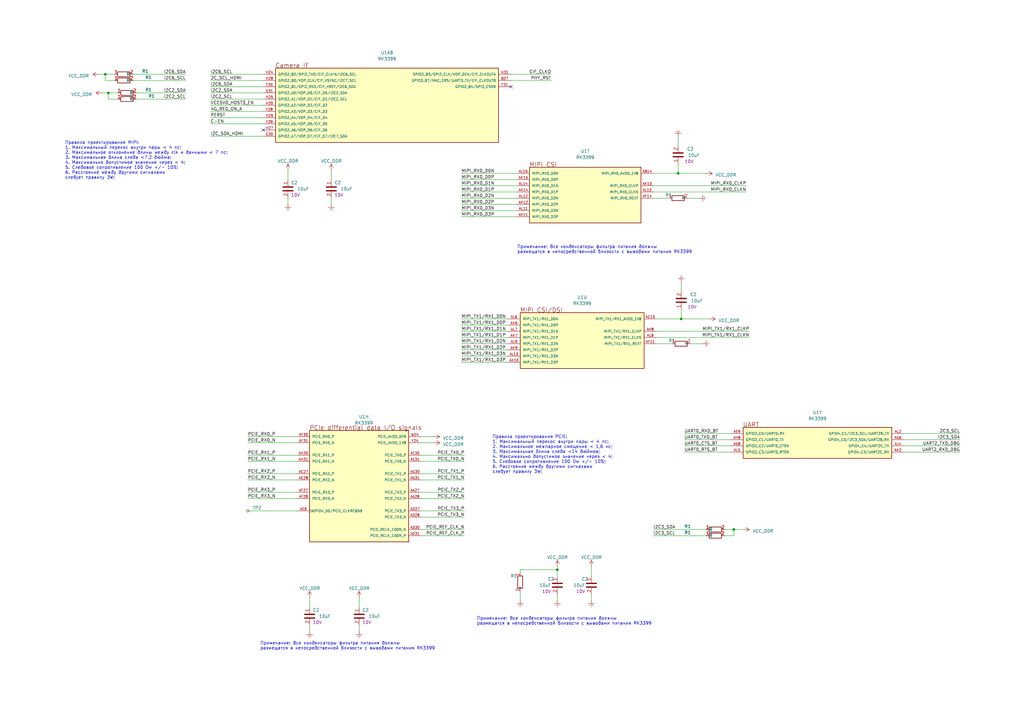
<source format=kicad_sch>
(kicad_sch (version 20220904) (generator eeschema)
  (paper "A3")
  (lib_symbols
    (symbol "C_2" (pin_names (offset 0.254))
      (property "Reference" "C" (at 0.635 2.54 0))
      (property "Value" "C" (at 0.635 -2.54 0))
      (symbol "C_2_1_1"
        (pin passive line (at 0 3.81 270) (length 2.794) (name "~") (number "1"))
        (pin passive line (at 0 -3.81 90) (length 2.794) (name "~") (number "2"))
      )
    )
    (symbol "C_7" (pin_names (offset 0.254))
      (property "Reference" "C" (at 0.635 2.54 0))
      (property "Value" "C" (at 0.635 -2.54 0))
      (symbol "C_7_1_1"
        (pin passive line (at 0 3.81 270) (length 2.794) (name "~") (number "1"))
        (pin passive line (at 0 -3.81 90) (length 2.794) (name "~") (number "2"))
      )
    )
    (symbol "Connector:TestPoint_Small" (pin_numbers hide) (pin_names (offset 0.762) hide)
      (property "Reference" "TP" (at 0 3.81 0))
      (property "Value" "TestPoint_Small" (at 0 2.032 0))
      (symbol "TestPoint_Small_1_1"
        (pin passive line (at 0 0 90) (length 0) (name "1") (number "1"))
      )
    )
    (symbol "Device:R" (pin_names (offset 0))
      (property "Reference" "R" (at 2.032 0 90))
      (property "Value" "R" (at 0 0 90))
      (symbol "R_1_1"
        (pin passive line (at 0 3.81 270) (length 1.27) (name "~") (number "1"))
        (pin passive line (at 0 -3.81 90) (length 1.27) (name "~") (number "2"))
      )
    )
    (symbol "RK3399:RK3399" (pin_names (offset 1.016))
      (property "Reference" "U" (at -20.9804 122.428 0))
      (property "Value" "RK3399" (at -21.0058 -119.2784 0))
      (symbol "RK3399_1_0"
        (text "Internal Logic Ground and Digital IO Groung" (at -20.4724 119.6594 0) (effects (font (size 1.778 1.778)) (justify left bottom)))
        (pin power_in line (at -25.4 114.3 0) (length 5.08) (name "VSS_1") (number "A1"))
        (pin power_in line (at -25.4 111.76 0) (length 5.08) (name "VSS_2") (number "A27"))
        (pin power_in line (at -25.4 109.22 0) (length 5.08) (name "VSS_3") (number "A31"))
        (pin power_in line (at 25.4 -109.22 180) (length 5.08) (name "VSS_179") (number "AA10"))
        (pin power_in line (at 25.4 -104.14 180) (length 5.08) (name "VSS_177") (number "AA13"))
        (pin power_in line (at -25.4 106.68 0) (length 5.08) (name "VSS_4") (number "AA3"))
        (pin power_in line (at -25.4 104.14 0) (length 5.08) (name "VSS_5") (number "AA5"))
        (pin power_in line (at -25.4 101.6 0) (length 5.08) (name "VSS_6") (number "AA9"))
        (pin power_in line (at 25.4 -10.16 180) (length 5.08) (name "VSS_140") (number "AB19"))
        (pin power_in line (at -25.4 93.98 0) (length 5.08) (name "VSS_9") (number "AB9"))
        (pin power_in line (at 25.4 -22.86 180) (length 5.08) (name "VSS_145") (number "AC18"))
        (pin power_in line (at -25.4 83.82 0) (length 5.08) (name "VSS_13") (number "AC20"))
        (pin power_in line (at 25.4 10.16 180) (length 5.08) (name "VSS_132") (number "AC21"))
        (pin power_in line (at -25.4 86.36 0) (length 5.08) (name "VSS_12") (number "AC22"))
        (pin power_in line (at -25.4 76.2 0) (length 5.08) (name "VSS_16") (number "AC3"))
        (pin power_in line (at -25.4 68.58 0) (length 5.08) (name "VSS_19") (number "AD10"))
        (pin power_in line (at 25.4 -68.58 180) (length 5.08) (name "VSS_163") (number "AD21"))
        (pin power_in line (at -25.4 88.9 0) (length 5.08) (name "VSS_11") (number "AD22"))
        (pin power_in line (at -25.4 73.66 0) (length 5.08) (name "VSS_17") (number "AD3"))
        (pin power_in line (at -25.4 71.12 0) (length 5.08) (name "VSS_18") (number "AD5"))
        (pin power_in line (at -25.4 81.28 0) (length 5.08) (name "VSS_14") (number "AE23"))
        (pin power_in line (at -25.4 99.06 0) (length 5.08) (name "VSS_7") (number "AF18"))
        (pin power_in line (at -25.4 91.44 0) (length 5.08) (name "VSS_10") (number "AF20"))
        (pin power_in line (at -25.4 66.04 0) (length 5.08) (name "VSS_20") (number "AF9"))
        (pin power_in line (at -25.4 63.5 0) (length 5.08) (name "VSS_21") (number "AG2"))
        (pin power_in line (at 25.4 -111.76 180) (length 5.08) (name "VSS_180") (number "AJ20"))
        (pin power_in line (at 25.4 -91.44 180) (length 5.08) (name "VSS_172") (number "AJ21"))
        (pin power_in line (at 25.4 -93.98 180) (length 5.08) (name "VSS_173") (number "AJ23"))
        (pin power_in line (at 25.4 -96.52 180) (length 5.08) (name "VSS_174") (number "AJ24"))
        (pin power_in line (at 25.4 -99.06 180) (length 5.08) (name "VSS_175") (number "AJ26"))
        (pin power_in line (at 25.4 -101.6 180) (length 5.08) (name "VSS_176") (number "AJ27"))
        (pin power_in line (at 25.4 -88.9 180) (length 5.08) (name "VSS_171") (number "AJ28"))
        (pin power_in line (at -25.4 60.96 0) (length 5.08) (name "VSS_22") (number "AJ5"))
        (pin power_in line (at -25.4 58.42 0) (length 5.08) (name "VSS_23") (number "AL1"))
        (pin power_in line (at 25.4 -106.68 180) (length 5.08) (name "VSS_178") (number "AL31"))
        (pin power_in line (at -25.4 55.88 0) (length 5.08) (name "VSS_24") (number "B5"))
        (pin power_in line (at -25.4 48.26 0) (length 5.08) (name "VSS_27") (number "C11"))
        (pin power_in line (at -25.4 45.72 0) (length 5.08) (name "VSS_28") (number "C12"))
        (pin power_in line (at -25.4 43.18 0) (length 5.08) (name "VSS_29") (number "C14"))
        (pin power_in line (at -25.4 40.64 0) (length 5.08) (name "VSS_30") (number "C15"))
        (pin power_in line (at -25.4 38.1 0) (length 5.08) (name "VSS_31") (number "C17"))
        (pin power_in line (at -25.4 35.56 0) (length 5.08) (name "VSS_32") (number "C18"))
        (pin power_in line (at -25.4 33.02 0) (length 5.08) (name "VSS_33") (number "C20"))
        (pin power_in line (at -25.4 30.48 0) (length 5.08) (name "VSS_34") (number "C21"))
        (pin power_in line (at -25.4 27.94 0) (length 5.08) (name "VSS_35") (number "C23"))
        (pin power_in line (at -25.4 25.4 0) (length 5.08) (name "VSS_36") (number "C24"))
        (pin power_in line (at -25.4 22.86 0) (length 5.08) (name "VSS_37") (number "C26"))
        (pin power_in line (at -25.4 53.34 0) (length 5.08) (name "VSS_25") (number "C8"))
        (pin power_in line (at -25.4 50.8 0) (length 5.08) (name "VSS_26") (number "C9"))
        (pin power_in line (at -25.4 20.32 0) (length 5.08) (name "VSS_38") (number "D5"))
        (pin power_in line (at -25.4 10.16 0) (length 5.08) (name "VSS_42") (number "E12"))
        (pin power_in line (at -25.4 7.62 0) (length 5.08) (name "VSS_43") (number "E15"))
        (pin power_in line (at -25.4 5.08 0) (length 5.08) (name "VSS_44") (number "E18"))
        (pin power_in line (at -25.4 17.78 0) (length 5.08) (name "VSS_39") (number "E2"))
        (pin power_in line (at -25.4 2.54 0) (length 5.08) (name "VSS_45") (number "E21"))
        (pin power_in line (at -25.4 0 0) (length 5.08) (name "VSS_46") (number "E24"))
        (pin power_in line (at -25.4 -2.54 0) (length 5.08) (name "VSS_47") (number "E31"))
        (pin power_in line (at -25.4 15.24 0) (length 5.08) (name "VSS_40") (number "E4"))
        (pin power_in line (at -25.4 12.7 0) (length 5.08) (name "VSS_41") (number "E7"))
        (pin power_in line (at -25.4 -7.62 0) (length 5.08) (name "VSS_49") (number "F15"))
        (pin power_in line (at -25.4 -10.16 0) (length 5.08) (name "VSS_50") (number "F18"))
        (pin power_in line (at -25.4 -12.7 0) (length 5.08) (name "VSS_51") (number "F20"))
        (pin power_in line (at -25.4 -15.24 0) (length 5.08) (name "VSS_52") (number "F21"))
        (pin power_in line (at -25.4 -5.08 0) (length 5.08) (name "VSS_48") (number "F8"))
        (pin power_in line (at -25.4 -22.86 0) (length 5.08) (name "VSS_55") (number "G18"))
        (pin power_in line (at -25.4 -25.4 0) (length 5.08) (name "VSS_56") (number "G27"))
        (pin power_in line (at -25.4 -17.78 0) (length 5.08) (name "VSS_53") (number "G5"))
        (pin power_in line (at -25.4 -20.32 0) (length 5.08) (name "VSS_54") (number "G9"))
        (pin power_in line (at -25.4 -33.02 0) (length 5.08) (name "VSS_59") (number "H10"))
        (pin power_in line (at -25.4 -35.56 0) (length 5.08) (name "VSS_60") (number "H11"))
        (pin power_in line (at -25.4 -38.1 0) (length 5.08) (name "VSS_61") (number "H12"))
        (pin power_in line (at -25.4 -40.64 0) (length 5.08) (name "VSS_62") (number "H13"))
        (pin power_in line (at -25.4 -43.18 0) (length 5.08) (name "VSS_63") (number "H15"))
        (pin power_in line (at -25.4 -45.72 0) (length 5.08) (name "VSS_64") (number "H16"))
        (pin power_in line (at -25.4 -48.26 0) (length 5.08) (name "VSS_65") (number "H17"))
        (pin power_in line (at -25.4 -50.8 0) (length 5.08) (name "VSS_66") (number "H18"))
        (pin power_in line (at -25.4 -53.34 0) (length 5.08) (name "VSS_67") (number "H26"))
        (pin power_in line (at -25.4 -27.94 0) (length 5.08) (name "VSS_57") (number "H3"))
        (pin power_in line (at -25.4 -30.48 0) (length 5.08) (name "VSS_58") (number "H9"))
        (pin power_in line (at -25.4 -68.58 0) (length 5.08) (name "VSS_73") (number "J10"))
        (pin power_in line (at -25.4 -55.88 0) (length 5.08) (name "VSS_68") (number "J3"))
        (pin power_in line (at -25.4 -58.42 0) (length 5.08) (name "VSS_69") (number "J6"))
        (pin power_in line (at -25.4 -60.96 0) (length 5.08) (name "VSS_70") (number "J7"))
        (pin power_in line (at -25.4 -63.5 0) (length 5.08) (name "VSS_71") (number "J8"))
        (pin power_in line (at -25.4 -66.04 0) (length 5.08) (name "VSS_72") (number "J9"))
        (pin power_in line (at -25.4 -76.2 0) (length 5.08) (name "VSS_76") (number "K10"))
        (pin power_in line (at -25.4 -78.74 0) (length 5.08) (name "VSS_77") (number "K12"))
        (pin power_in line (at -25.4 -81.28 0) (length 5.08) (name "VSS_78") (number "K14"))
        (pin power_in line (at -25.4 -83.82 0) (length 5.08) (name "VSS_79") (number "K16"))
        (pin power_in line (at -25.4 -86.36 0) (length 5.08) (name "VSS_80") (number "K18"))
        (pin power_in line (at -25.4 -91.44 0) (length 5.08) (name "VSS_82") (number "K20"))
        (pin power_in line (at -25.4 -96.52 0) (length 5.08) (name "VSS_84") (number "K22"))
        (pin power_in line (at -25.4 -71.12 0) (length 5.08) (name "VSS_74") (number "K8"))
        (pin power_in line (at -25.4 -73.66 0) (length 5.08) (name "VSS_75") (number "K9"))
        (pin power_in line (at -25.4 -106.68 0) (length 5.08) (name "VSS_88") (number "L11"))
        (pin power_in line (at -25.4 -109.22 0) (length 5.08) (name "VSS_89") (number "L12"))
        (pin power_in line (at -25.4 -111.76 0) (length 5.08) (name "VSS_90") (number "L13"))
        (pin power_in line (at 25.4 114.3 180) (length 5.08) (name "VSS_91") (number "L14"))
        (pin power_in line (at 25.4 111.76 180) (length 5.08) (name "VSS_92") (number "L15"))
        (pin power_in line (at 25.4 109.22 180) (length 5.08) (name "VSS_93") (number "L16"))
        (pin power_in line (at 25.4 101.6 180) (length 5.08) (name "VSS_96") (number "L20"))
        (pin power_in line (at 25.4 99.06 180) (length 5.08) (name "VSS_97") (number "L22"))
        (pin power_in line (at 25.4 93.98 180) (length 5.08) (name "VSS_99") (number "L27"))
        (pin power_in line (at -25.4 -99.06 0) (length 5.08) (name "VSS_85") (number "L3"))
        (pin power_in line (at -25.4 -101.6 0) (length 5.08) (name "VSS_86") (number "L6"))
        (pin power_in line (at -25.4 -104.14 0) (length 5.08) (name "VSS_87") (number "L8"))
        (pin power_in line (at 25.4 86.36 180) (length 5.08) (name "VSS_102") (number "M10"))
        (pin power_in line (at 25.4 83.82 180) (length 5.08) (name "VSS_103") (number "M16"))
        (pin power_in line (at 25.4 81.28 180) (length 5.08) (name "VSS_104") (number "M23"))
        (pin power_in line (at 25.4 91.44 180) (length 5.08) (name "VSS_100") (number "M3"))
        (pin power_in line (at 25.4 88.9 180) (length 5.08) (name "VSS_101") (number "M8"))
        (pin power_in line (at 25.4 71.12 180) (length 5.08) (name "VSS_108") (number "N13"))
        (pin power_in line (at 25.4 68.58 180) (length 5.08) (name "VSS_109") (number "N14"))
        (pin power_in line (at 25.4 66.04 180) (length 5.08) (name "VSS_110") (number "N15"))
        (pin power_in line (at 25.4 63.5 180) (length 5.08) (name "VSS_111") (number "N16"))
        (pin power_in line (at 25.4 106.68 180) (length 5.08) (name "VSS_94") (number "N17"))
        (pin power_in line (at -25.4 -93.98 0) (length 5.08) (name "VSS_83") (number "N19"))
        (pin power_in line (at 25.4 96.52 180) (length 5.08) (name "VSS_98") (number "N21"))
        (pin power_in line (at 25.4 78.74 180) (length 5.08) (name "VSS_105") (number "N8"))
        (pin power_in line (at 25.4 50.8 180) (length 5.08) (name "VSS_116") (number "P10"))
        (pin power_in line (at 25.4 76.2 180) (length 5.08) (name "VSS_106") (number "P11"))
        (pin power_in line (at 25.4 73.66 180) (length 5.08) (name "VSS_107") (number "P12"))
        (pin power_in line (at 25.4 48.26 180) (length 5.08) (name "VSS_117") (number "P16"))
        (pin power_in line (at 25.4 43.18 180) (length 5.08) (name "VSS_119") (number "P19"))
        (pin power_in line (at 25.4 38.1 180) (length 5.08) (name "VSS_121") (number "P21"))
        (pin power_in line (at 25.4 60.96 180) (length 5.08) (name "VSS_112") (number "P3"))
        (pin power_in line (at 25.4 58.42 180) (length 5.08) (name "VSS_113") (number "P6"))
        (pin power_in line (at 25.4 55.88 180) (length 5.08) (name "VSS_114") (number "P7"))
        (pin power_in line (at 25.4 53.34 180) (length 5.08) (name "VSS_115") (number "P8"))
        (pin power_in line (at 25.4 17.78 180) (length 5.08) (name "VSS_129") (number "R14"))
        (pin power_in line (at 25.4 15.24 180) (length 5.08) (name "VSS_130") (number "R15"))
        (pin power_in line (at 25.4 12.7 180) (length 5.08) (name "VSS_131") (number "R16"))
        (pin power_in line (at 25.4 -73.66 180) (length 5.08) (name "VSS_165") (number "R18"))
        (pin power_in line (at 25.4 40.64 180) (length 5.08) (name "VSS_120") (number "R21"))
        (pin power_in line (at 25.4 7.62 180) (length 5.08) (name "VSS_133") (number "R23"))
        (pin power_in line (at 25.4 33.02 180) (length 5.08) (name "VSS_123") (number "R3"))
        (pin power_in line (at 25.4 30.48 180) (length 5.08) (name "VSS_124") (number "R5"))
        (pin power_in line (at 25.4 27.94 180) (length 5.08) (name "VSS_125") (number "R6"))
        (pin power_in line (at 25.4 2.54 180) (length 5.08) (name "VSS_135") (number "T10"))
        (pin power_in line (at 25.4 -5.08 180) (length 5.08) (name "VSS_138") (number "T16"))
        (pin power_in line (at 25.4 -81.28 180) (length 5.08) (name "VSS_168") (number "T18"))
        (pin power_in line (at 25.4 35.56 180) (length 5.08) (name "VSS_122") (number "T19"))
        (pin power_in line (at 25.4 -7.62 180) (length 5.08) (name "VSS_139") (number "T21"))
        (pin power_in line (at 25.4 5.08 180) (length 5.08) (name "VSS_134") (number "T8"))
        (pin power_in line (at 25.4 25.4 180) (length 5.08) (name "VSS_126") (number "U11"))
        (pin power_in line (at 25.4 22.86 180) (length 5.08) (name "VSS_127") (number "U12"))
        (pin power_in line (at 25.4 -2.54 180) (length 5.08) (name "VSS_137") (number "U14"))
        (pin power_in line (at 25.4 -17.78 180) (length 5.08) (name "VSS_143") (number "U15"))
        (pin power_in line (at 25.4 -20.32 180) (length 5.08) (name "VSS_144") (number "U16"))
        (pin power_in line (at 25.4 -25.4 180) (length 5.08) (name "VSS_146") (number "U19"))
        (pin power_in line (at 25.4 -27.94 180) (length 5.08) (name "VSS_147") (number "U21"))
        (pin power_in line (at 25.4 -33.02 180) (length 5.08) (name "VSS_149") (number "U22"))
        (pin power_in line (at 25.4 -35.56 180) (length 5.08) (name "VSS_150") (number "U29"))
        (pin power_in line (at 25.4 -12.7 180) (length 5.08) (name "VSS_141") (number "U3"))
        (pin power_in line (at 25.4 -15.24 180) (length 5.08) (name "VSS_142") (number "U8"))
        (pin power_in line (at 25.4 -45.72 180) (length 5.08) (name "VSS_154") (number "V10"))
        (pin power_in line (at 25.4 -30.48 180) (length 5.08) (name "VSS_148") (number "V17"))
        (pin power_in line (at 25.4 -38.1 180) (length 5.08) (name "VSS_151") (number "V3"))
        (pin power_in line (at 25.4 -40.64 180) (length 5.08) (name "VSS_152") (number "V5"))
        (pin power_in line (at 25.4 -43.18 180) (length 5.08) (name "VSS_153") (number "V8"))
        (pin power_in line (at 25.4 20.32 180) (length 5.08) (name "VSS_128") (number "W13"))
        (pin power_in line (at 25.4 -58.42 180) (length 5.08) (name "VSS_159") (number "W17"))
        (pin power_in line (at 25.4 -83.82 180) (length 5.08) (name "VSS_169") (number "W18"))
        (pin power_in line (at 25.4 -78.74 180) (length 5.08) (name "VSS_167") (number "W19"))
        (pin power_in line (at -25.4 -88.9 0) (length 5.08) (name "VSS_81") (number "W21"))
        (pin power_in line (at 25.4 -55.88 180) (length 5.08) (name "VSS_158") (number "W22"))
        (pin power_in line (at 25.4 -60.96 180) (length 5.08) (name "VSS_160") (number "W30"))
        (pin power_in line (at 25.4 -63.5 180) (length 5.08) (name "VSS_161") (number "W8"))
        (pin power_in line (at 25.4 -66.04 180) (length 5.08) (name "VSS_162") (number "W9"))
        (pin power_in line (at -25.4 78.74 0) (length 5.08) (name "VSS_15") (number "Y10"))
        (pin power_in line (at 25.4 -48.26 180) (length 5.08) (name "VSS_155") (number "Y11"))
        (pin power_in line (at 25.4 0 180) (length 5.08) (name "VSS_136") (number "Y12"))
        (pin power_in line (at 25.4 -71.12 180) (length 5.08) (name "VSS_164") (number "Y13"))
        (pin power_in line (at 25.4 -50.8 180) (length 5.08) (name "VSS_156") (number "Y14"))
        (pin power_in line (at 25.4 -53.34 180) (length 5.08) (name "VSS_157") (number "Y15"))
        (pin power_in line (at 25.4 45.72 180) (length 5.08) (name "VSS_118") (number "Y16"))
        (pin power_in line (at 25.4 104.14 180) (length 5.08) (name "VSS_95") (number "Y17"))
        (pin power_in line (at 25.4 -86.36 180) (length 5.08) (name "VSS_170") (number "Y20"))
        (pin power_in line (at -25.4 96.52 0) (length 5.08) (name "VSS_8") (number "Y3"))
        (pin power_in line (at 25.4 -76.2 180) (length 5.08) (name "VSS_166") (number "Y9"))
      )
      (symbol "RK3399_2_0"
        (text "Analog Groung" (at -15.3162 48.4124 0) (effects (font (size 1.778 1.778)) (justify left bottom)))
        (pin power_in line (at -20.32 12.7 0) (length 5.08) (name "AVSS_13") (number "AA11"))
        (pin power_in line (at -20.32 2.54 0) (length 5.08) (name "AVSS_17") (number "AA12"))
        (pin power_in line (at -20.32 -20.32 0) (length 5.08) (name "AVSS_26") (number "AA14"))
        (pin power_in line (at 17.78 0 180) (length 5.08) (name "AVSS_53") (number "AA15"))
        (pin power_in line (at -20.32 35.56 0) (length 5.08) (name "AVSS_4") (number "AA23"))
        (pin power_in line (at -20.32 30.48 0) (length 5.08) (name "AVSS_6") (number "AA26"))
        (pin power_in line (at -20.32 27.94 0) (length 5.08) (name "AVSS_7") (number "AA29"))
        (pin power_in line (at -20.32 15.24 0) (length 5.08) (name "AVSS_12") (number "AB10"))
        (pin power_in line (at -20.32 25.4 0) (length 5.08) (name "AVSS_8") (number "AB11"))
        (pin power_in line (at -20.32 22.86 0) (length 5.08) (name "AVSS_9") (number "AB13"))
        (pin power_in line (at 17.78 27.94 180) (length 5.08) (name "AVSS_42") (number "AB15"))
        (pin power_in line (at 17.78 30.48 180) (length 5.08) (name "AVSS_41") (number "AB16"))
        (pin power_in line (at 17.78 2.54 180) (length 5.08) (name "AVSS_52") (number "AB17"))
        (pin power_in line (at -20.32 33.02 0) (length 5.08) (name "AVSS_5") (number "AB23"))
        (pin power_in line (at 17.78 22.86 180) (length 5.08) (name "AVSS_44") (number "AC11"))
        (pin power_in line (at 17.78 20.32 180) (length 5.08) (name "AVSS_45") (number "AC13"))
        (pin power_in line (at -20.32 20.32 0) (length 5.08) (name "AVSS_10") (number "AC15"))
        (pin power_in line (at -20.32 0 0) (length 5.08) (name "AVSS_18") (number "AC16"))
        (pin power_in line (at 17.78 25.4 180) (length 5.08) (name "AVSS_43") (number "AC17"))
        (pin power_in line (at -20.32 -2.54 0) (length 5.08) (name "AVSS_19") (number "AC23"))
        (pin power_in line (at 17.78 5.08 180) (length 5.08) (name "AVSS_51") (number "AC25"))
        (pin power_in line (at -20.32 10.16 0) (length 5.08) (name "AVSS_14") (number "AC26"))
        (pin power_in line (at -20.32 7.62 0) (length 5.08) (name "AVSS_15") (number "AC29"))
        (pin power_in line (at -20.32 17.78 0) (length 5.08) (name "AVSS_11") (number "AD13"))
        (pin power_in line (at -20.32 5.08 0) (length 5.08) (name "AVSS_16") (number "AD17"))
        (pin power_in line (at 17.78 33.02 180) (length 5.08) (name "AVSS_40") (number "AD26"))
        (pin power_in line (at -20.32 -5.08 0) (length 5.08) (name "AVSS_20") (number "AD29"))
        (pin power_in line (at -20.32 -7.62 0) (length 5.08) (name "AVSS_21") (number "AE11"))
        (pin power_in line (at -20.32 -10.16 0) (length 5.08) (name "AVSS_22") (number "AE12"))
        (pin power_in line (at -20.32 -12.7 0) (length 5.08) (name "AVSS_23") (number "AE14"))
        (pin power_in line (at -20.32 -15.24 0) (length 5.08) (name "AVSS_24") (number "AE17"))
        (pin power_in line (at -20.32 -17.78 0) (length 5.08) (name "AVSS_25") (number "AE27"))
        (pin power_in line (at -20.32 -22.86 0) (length 5.08) (name "AVSS_27") (number "AF17"))
        (pin power_in line (at -20.32 40.64 0) (length 5.08) (name "AVSS_2") (number "AF23"))
        (pin power_in line (at -20.32 38.1 0) (length 5.08) (name "AVSS_3") (number "AF24"))
        (pin power_in line (at -20.32 -25.4 0) (length 5.08) (name "AVSS_28") (number "AF29"))
        (pin power_in line (at -20.32 -27.94 0) (length 5.08) (name "AVSS_29") (number "AG29"))
        (pin power_in line (at -20.32 -30.48 0) (length 5.08) (name "AVSS_30") (number "AH29"))
        (pin power_in line (at -20.32 -40.64 0) (length 5.08) (name "AVSS_34") (number "AJ11"))
        (pin power_in line (at -20.32 -43.18 0) (length 5.08) (name "AVSS_35") (number "AJ12"))
        (pin power_in line (at 17.78 43.18 180) (length 5.08) (name "AVSS_36") (number "AJ14"))
        (pin power_in line (at 17.78 40.64 180) (length 5.08) (name "AVSS_37") (number "AJ15"))
        (pin power_in line (at 17.78 38.1 180) (length 5.08) (name "AVSS_38") (number "AJ17"))
        (pin power_in line (at 17.78 35.56 180) (length 5.08) (name "AVSS_39") (number "AJ18"))
        (pin power_in line (at 17.78 15.24 180) (length 5.08) (name "AVSS_47") (number "AJ29"))
        (pin power_in line (at -20.32 -33.02 0) (length 5.08) (name "AVSS_31") (number "AJ6"))
        (pin power_in line (at -20.32 -35.56 0) (length 5.08) (name "AVSS_32") (number "AJ8"))
        (pin power_in line (at -20.32 -38.1 0) (length 5.08) (name "AVSS_33") (number "AJ9"))
        (pin power_in line (at 17.78 -7.62 180) (length 5.08) (name "EDP_AVSS_1") (number "B31"))
        (pin power_in line (at 17.78 -10.16 180) (length 5.08) (name "EDP_AVSS_2") (number "C28"))
        (pin power_in line (at 17.78 -12.7 180) (length 5.08) (name "EDP_AVSS_3") (number "C29"))
        (pin power_in line (at 17.78 -15.24 180) (length 5.08) (name "EDP_AVSS_4") (number "D29"))
        (pin power_in line (at 17.78 -17.78 180) (length 5.08) (name "EDP_AVSS_5") (number "H19"))
        (pin power_in line (at 17.78 -20.32 180) (length 5.08) (name "EDP_AVSS_6") (number "J21"))
        (pin power_in line (at 17.78 -30.48 180) (length 5.08) (name "PLL_AVSS") (number "P17"))
        (pin power_in line (at 17.78 10.16 180) (length 5.08) (name "AVSS_49") (number "U23"))
        (pin power_in line (at 17.78 7.62 180) (length 5.08) (name "AVSS_50") (number "V23"))
        (pin power_in line (at 17.78 17.78 180) (length 5.08) (name "AVSS_46") (number "W23"))
        (pin power_in line (at -20.32 43.18 0) (length 5.08) (name "AVSS_1") (number "Y23"))
        (pin power_in line (at 17.78 12.7 180) (length 5.08) (name "AVSS_48") (number "Y29"))
      )
      (symbol "RK3399_3_0"
        (text "Internal Center Logic Power" (at -27.9908 15.2908 0) (effects (font (size 1.778 1.778)) (justify left bottom)))
        (pin power_in line (at -33.02 10.16 0) (length 5.08) (name "CENTERLOGIC_VDD_1") (number "M11"))
        (pin power_in line (at -33.02 5.08 0) (length 5.08) (name "CENTERLOGIC_VDD_2") (number "M12"))
        (pin power_in line (at -33.02 0 0) (length 5.08) (name "CENTERLOGIC_VDD_3") (number "M13"))
        (pin power_in line (at -33.02 -5.08 0) (length 5.08) (name "CENTERLOGIC_VDD_4") (number "M14"))
        (pin power_in line (at -33.02 -10.16 0) (length 5.08) (name "CENTERLOGIC_VDD_5") (number "M15"))
        (pin power_in line (at 33.02 10.16 180) (length 5.08) (name "CENTERLOGIC_VDD_6") (number "N11"))
        (pin power_in line (at 33.02 5.08 180) (length 5.08) (name "CENTERLOGIC_VDD_7") (number "N12"))
        (pin power_in line (at 33.02 0 180) (length 5.08) (name "CENTERLOGIC_VDD_8") (number "P13"))
        (pin power_in line (at 33.02 -5.08 180) (length 5.08) (name "CENTERLOGIC_VDD_9") (number "P14"))
        (pin power_in line (at 33.02 -10.16 180) (length 5.08) (name "CENTERLOGIC_VDD_10") (number "P15"))
      )
      (symbol "RK3399_4_0"
        (text "Internal GPU Power" (at -17.8816 28.0416 0) (effects (font (size 1.778 1.778)) (justify left bottom)))
        (pin power_in line (at -22.86 -10.16 0) (length 5.08) (name "GPU_VDD_8") (number "R11"))
        (pin power_in line (at -22.86 -15.24 0) (length 5.08) (name "GPU_VDD_9") (number "R12"))
        (pin power_in line (at 22.86 15.24 180) (length 5.08) (name "GPU_VDD_13") (number "R13"))
        (pin power_in line (at -22.86 -20.32 0) (length 5.08) (name "GPU_VDD_10") (number "T11"))
        (pin power_in line (at 22.86 25.4 180) (length 5.08) (name "GPU_VDD_11") (number "T12"))
        (pin power_in line (at 22.86 20.32 180) (length 5.08) (name "GPU_VDD_12") (number "T13"))
        (pin power_in line (at 22.86 10.16 180) (length 5.08) (name "GPU_VDD_14") (number "T14"))
        (pin power_in line (at -22.86 -25.4 0) (length 5.08) (name "GPU_VDD_COM") (number "T15"))
        (pin power_in line (at -22.86 -5.08 0) (length 5.08) (name "GPU_VDD_7") (number "U13"))
        (pin power_in line (at 22.86 5.08 180) (length 5.08) (name "GPU_VDD_15") (number "V11"))
        (pin power_in line (at 22.86 0 180) (length 5.08) (name "GPU_VDD_16") (number "V12"))
        (pin power_in line (at -22.86 0 0) (length 5.08) (name "GPU_VDD_6") (number "V13"))
        (pin power_in line (at -22.86 5.08 0) (length 5.08) (name "GPU_VDD_5") (number "V14"))
        (pin power_in line (at -22.86 10.16 0) (length 5.08) (name "GPU_VDD_4") (number "V15"))
        (pin power_in line (at 22.86 -5.08 180) (length 5.08) (name "GPU_VDD_17") (number "V16"))
        (pin power_in line (at 22.86 -20.32 180) (length 5.08) (name "GPU_VDD_20") (number "W10"))
        (pin power_in line (at -22.86 25.4 0) (length 5.08) (name "GPU_VDD_1") (number "W11"))
        (pin power_in line (at -22.86 20.32 0) (length 5.08) (name "GPU_VDD_2") (number "W12"))
        (pin power_in line (at -22.86 15.24 0) (length 5.08) (name "GPU_VDD_3") (number "W14"))
        (pin power_in line (at 22.86 -15.24 180) (length 5.08) (name "GPU_VDD_19") (number "W15"))
        (pin power_in line (at 22.86 -10.16 180) (length 5.08) (name "GPU_VDD_18") (number "W16"))
      )
      (symbol "RK3399_5_0"
        (text "Internal BIG CPU A72 Power" (at -20.4216 17.8562 0) (effects (font (size 1.778 1.778)) (justify left bottom)))
        (pin power_in line (at 25.4 -5.08 180) (length 5.08) (name "BIGCPU_VDD_12") (number "K19"))
        (pin power_in line (at 25.4 -10.16 180) (length 5.08) (name "BIGCPU_VDD_13") (number "K21"))
        (pin power_in line (at 25.4 15.24 180) (length 5.08) (name "BIGCPU_VDD_8") (number "L18"))
        (pin power_in line (at -25.4 15.24 0) (length 5.08) (name "BIGCPU_VDD_1") (number "L19"))
        (pin power_in line (at -25.4 10.16 0) (length 5.08) (name "BIGCPU_VDD_2") (number "L21"))
        (pin power_in line (at 25.4 0 180) (length 5.08) (name "BIGCPU_VDD_11") (number "L23"))
        (pin power_in line (at -25.4 5.08 0) (length 5.08) (name "BIGCPU_VDD_3") (number "M18"))
        (pin power_in line (at -25.4 0 0) (length 5.08) (name "BIGCPU_VDD_4") (number "M19"))
        (pin power_in line (at -25.4 -5.08 0) (length 5.08) (name "BIGCPU_VDD_5") (number "M20"))
        (pin power_in line (at -25.4 -10.16 0) (length 5.08) (name "BIGCPU_VDD_6") (number "M21"))
        (pin power_in line (at -25.4 -15.24 0) (length 5.08) (name "BIGCPU_VDD_7") (number "M22"))
        (pin power_in line (at 25.4 -17.78 180) (length 5.08) (name "BIGCPU_VDD_COM") (number "N18"))
        (pin power_in line (at 25.4 5.08 180) (length 5.08) (name "BIGCPU_VDD_10") (number "N20"))
        (pin power_in line (at 25.4 10.16 180) (length 5.08) (name "BIGCPU_VDD_9") (number "N22"))
      )
      (symbol "RK3399_6_0"
        (text "Internal Logic Power" (at -20.4216 10.2108 0) (effects (font (size 1.778 1.778)) (justify left bottom)))
        (pin power_in line (at 25.4 2.54 180) (length 5.08) (name "LOGIC_VDD_10") (number "L17"))
        (pin power_in line (at 25.4 5.08 180) (length 5.08) (name "LOGIC_VDD_9") (number "M17"))
        (pin power_in line (at 25.4 0 180) (length 5.08) (name "LOGIC_VDD_11") (number "T17"))
        (pin power_in line (at 25.4 7.62 180) (length 5.08) (name "LOGIC_VDD_8") (number "U17"))
        (pin power_in line (at -25.4 -7.62 0) (length 5.08) (name "LOGIC_VDD_7") (number "U18"))
        (pin power_in line (at 25.4 -2.54 180) (length 5.08) (name "LOGIC_VDD_12") (number "U20"))
        (pin power_in line (at -25.4 -2.54 0) (length 5.08) (name "LOGIC_VDD_5") (number "V18"))
        (pin power_in line (at -25.4 0 0) (length 5.08) (name "LOGIC_VDD_4") (number "V19"))
        (pin power_in line (at -25.4 2.54 0) (length 5.08) (name "LOGIC_VDD_3") (number "V20"))
        (pin power_in line (at -25.4 5.08 0) (length 5.08) (name "LOGIC_VDD_2") (number "V21"))
        (pin power_in line (at -25.4 7.62 0) (length 5.08) (name "LOGIC_VDD_1") (number "V22"))
        (pin power_in line (at -25.4 -5.08 0) (length 5.08) (name "LOGIC_VDD_6") (number "W20"))
      )
      (symbol "RK3399_7_0"
        (text "Internal LITTLE CPU A53 Power" (at -20.4216 10.2108 0) (effects (font (size 1.778 1.778)) (justify left bottom)))
        (pin power_in line (at -25.4 7.62 0) (length 5.08) (name "LITCPU_VDD_1") (number "P20"))
        (pin power_in line (at -25.4 -7.62 0) (length 5.08) (name "LITCPU_VDD_4") (number "P22"))
        (pin power_in line (at -25.4 2.54 0) (length 5.08) (name "LITCPU_VDD_2") (number "R19"))
        (pin power_in line (at -25.4 -2.54 0) (length 5.08) (name "LITCPU_VDD_3") (number "R20"))
        (pin power_in line (at 25.4 -2.54 180) (length 5.08) (name "LITCPU_VDD_7") (number "R22"))
        (pin power_in line (at 25.4 2.54 180) (length 5.08) (name "LITCPU_VDD_6") (number "T20"))
        (pin power_in line (at 25.4 7.62 180) (length 5.08) (name "LITCPU_VDD_5") (number "T22"))
      )
      (symbol "RK3399_8_0"
        (text "PCIe differential data I/O signals" (at -20.3962 22.9362 0) (effects (font (size 1.778 1.778)) (justify left bottom)))
        (pin output line (at 25.4 -2.54 180) (length 5.08) (name "PCIE_TX2_P") (number "AA27"))
        (pin output line (at 25.4 -5.08 180) (length 5.08) (name "PCIE_TX2_N") (number "AA28"))
        (pin input line (at -25.4 5.08 0) (length 5.08) (name "PCIE_RX2_P") (number "AC27"))
        (pin input line (at -25.4 2.54 0) (length 5.08) (name "PCIE_RX2_N") (number "AC28"))
        (pin output line (at 25.4 -10.16 180) (length 5.08) (name "PCIE_TX3_P") (number "AD27"))
        (pin output line (at 25.4 -12.7 180) (length 5.08) (name "PCIE_TX3_N") (number "AD28"))
        (pin output line (at 25.4 -17.78 180) (length 5.08) (name "PCIE_RCLK_100M_N") (number "AD30"))
        (pin output line (at 25.4 -20.32 180) (length 5.08) (name "PCIE_RCLK_100M_P") (number "AD31"))
        (pin output line (at 25.4 12.7 180) (length 5.08) (name "PCIE_TX0_P") (number "AE30"))
        (pin output line (at 25.4 10.16 180) (length 5.08) (name "PCIE_TX0_N") (number "AE31"))
        (pin input clock (at -25.4 -10.16 0) (length 5.08) (name "GPIO4_D0/PCIE_CLKREQNB") (number "AE6"))
        (pin input line (at -25.4 -2.54 0) (length 5.08) (name "PCIE_RX3_P") (number "AF27"))
        (pin input line (at -25.4 -5.08 0) (length 5.08) (name "PCIE_RX3_N") (number "AF28"))
        (pin input line (at -25.4 20.32 0) (length 5.08) (name "PCIE_RX0_P") (number "AF30"))
        (pin input line (at -25.4 17.78 0) (length 5.08) (name "PCIE_RX0_N") (number "AF31"))
        (pin output line (at 25.4 5.08 180) (length 5.08) (name "PCIE_TX1_P") (number "AG30"))
        (pin output line (at 25.4 2.54 180) (length 5.08) (name "PCIE_TX1_N") (number "AG31"))
        (pin input line (at -25.4 12.7 0) (length 5.08) (name "PCIE_RX1_P") (number "AH30"))
        (pin input line (at -25.4 10.16 0) (length 5.08) (name "PCIE_RX1_N") (number "AH31"))
        (pin power_in line (at 25.4 20.32 180) (length 5.08) (name "PCIE_AVDD_0V9") (number "W24"))
        (pin power_in line (at 25.4 17.78 180) (length 5.08) (name "PCIE_AVDD_1V8") (number "Y24"))
      )
      (symbol "RK3399_9_0"
        (text "DDRC0" (at -20.3962 73.8124 0) (effects (font (size 1.778 1.778)) (justify left bottom)))
        (pin bidirectional line (at -25.4 63.5 0) (length 5.08) (name "DDR0_DQ3") (number "AA1"))
        (pin bidirectional line (at -25.4 66.04 0) (length 5.08) (name "DDR0_DQ2") (number "AA2"))
        (pin bidirectional line (at -25.4 -17.78 0) (length 5.08) (name "DDR0_DQS0N") (number "AA4"))
        (pin bidirectional line (at -25.4 68.58 0) (length 5.08) (name "DDR0_DQ1") (number "AB1"))
        (pin bidirectional line (at -25.4 71.12 0) (length 5.08) (name "DDR0_DQ0") (number "AB2"))
        (pin bidirectional line (at -25.4 35.56 0) (length 5.08) (name "DDR0_DQ14") (number "AC1"))
        (pin bidirectional line (at -25.4 33.02 0) (length 5.08) (name "DDR0_DQ15") (number "AC2"))
        (pin bidirectional line (at -25.4 -20.32 0) (length 5.08) (name "DDR0_DQS1P") (number "AC4"))
        (pin output line (at 25.4 43.18 180) (length 5.08) (name "DDR0_DM1") (number "AC5"))
        (pin bidirectional line (at -25.4 38.1 0) (length 5.08) (name "DDR0_DQ13") (number "AD1"))
        (pin bidirectional line (at -25.4 43.18 0) (length 5.08) (name "DDR0_DQ11") (number "AD2"))
        (pin bidirectional line (at -25.4 -22.86 0) (length 5.08) (name "DDR0_DQS1N") (number "AD4"))
        (pin bidirectional line (at -25.4 40.64 0) (length 5.08) (name "DDR0_DQ12") (number "AE1"))
        (pin bidirectional line (at -25.4 48.26 0) (length 5.08) (name "DDR0_DQ9") (number "AE2"))
        (pin bidirectional line (at -25.4 45.72 0) (length 5.08) (name "DDR0_DQ10") (number "AF1"))
        (pin bidirectional line (at -25.4 50.8 0) (length 5.08) (name "DDR0_DQ8") (number "AF2"))
        (pin output line (at 25.4 30.48 180) (length 5.08) (name "DDR0_CSN1") (number "B1"))
        (pin output line (at 25.4 -7.62 180) (length 5.08) (name "DDR0_A12") (number "C1"))
        (pin output line (at 25.4 25.4 180) (length 5.08) (name "DDR0_CSN3") (number "C2"))
        (pin output line (at 25.4 -27.94 180) (length 5.08) (name "DDR0_BA0") (number "C3"))
        (pin output line (at 25.4 -2.54 180) (length 5.08) (name "DDR0_A10") (number "D1"))
        (pin output line (at 25.4 -10.16 180) (length 5.08) (name "DDR0_A13") (number "D2"))
        (pin output line (at 25.4 -12.7 180) (length 5.08) (name "DDR0_A14") (number "D3"))
        (pin output line (at 25.4 -60.96 180) (length 5.08) (name "DDR0_CKE0") (number "E1"))
        (pin output line (at 25.4 -5.08 180) (length 5.08) (name "DDR0_A11") (number "E3"))
        (pin output line (at 25.4 20.32 180) (length 5.08) (name "DDR0_A1") (number "F1"))
        (pin output line (at 25.4 22.86 180) (length 5.08) (name "DDR0_A0") (number "F2"))
        (pin output line (at 25.4 53.34 180) (length 5.08) (name "DDR0_RASN") (number "F3"))
        (pin output line (at 25.4 -30.48 180) (length 5.08) (name "DDR0_BA1") (number "F4"))
        (pin output line (at 25.4 -63.5 180) (length 5.08) (name "DDR0_CKE1") (number "F5"))
        (pin output line (at 25.4 17.78 180) (length 5.08) (name "DDR0_A2") (number "G1"))
        (pin output line (at 25.4 15.24 180) (length 5.08) (name "DDR0_A3") (number "G2"))
        (pin output line (at 25.4 -53.34 180) (length 5.08) (name "DDR0_WEN") (number "G6"))
        (pin output line (at 25.4 10.16 180) (length 5.08) (name "DDR0_A5") (number "H1"))
        (pin output line (at 25.4 12.7 180) (length 5.08) (name "DDR0_A4") (number "H2"))
        (pin output line (at 25.4 71.12 180) (length 5.08) (name "DDR0_CLK0P") (number "H4"))
        (pin output line (at 25.4 68.58 180) (length 5.08) (name "DDR0_CLK1P") (number "H5"))
        (pin output line (at 25.4 50.8 180) (length 5.08) (name "DDR0_CASN") (number "H6"))
        (pin output line (at 25.4 -15.24 180) (length 5.08) (name "DDR0_A15") (number "H7"))
        (pin output line (at 25.4 7.62 180) (length 5.08) (name "DDR0_A6") (number "J1"))
        (pin output line (at 25.4 5.08 180) (length 5.08) (name "DDR0_A7") (number "J2"))
        (pin output line (at 25.4 66.04 180) (length 5.08) (name "DDR0_CLK0N") (number "J4"))
        (pin output line (at 25.4 63.5 180) (length 5.08) (name "DDR0_CLK1N") (number "J5"))
        (pin output line (at 25.4 0 180) (length 5.08) (name "DDR0_A9") (number "K1"))
        (pin output line (at 25.4 2.54 180) (length 5.08) (name "DDR0_A8") (number "K2"))
        (pin bidirectional line (at -25.4 -2.54 0) (length 5.08) (name "DDR0_DQ29") (number "L1"))
        (pin power_in line (at -25.4 -66.04 0) (length 5.08) (name "DDR0_VDD_2") (number "L10"))
        (pin bidirectional line (at -25.4 -7.62 0) (length 5.08) (name "DDR0_DQ31") (number "L2"))
        (pin output line (at 25.4 -38.1 180) (length 5.08) (name "DDR0_ODT0") (number "L4"))
        (pin output line (at 25.4 -40.64 180) (length 5.08) (name "DDR0_ODT1") (number "L5"))
        (pin output line (at 25.4 58.42 180) (length 5.08) (name "DDR0_RESETN") (number "L7"))
        (pin power_in line (at -25.4 -63.5 0) (length 5.08) (name "DDR0_VDD_1") (number "L9"))
        (pin bidirectional line (at -25.4 2.54 0) (length 5.08) (name "DDR0_DQ27") (number "M1"))
        (pin bidirectional line (at -25.4 -5.08 0) (length 5.08) (name "DDR0_DQ30") (number "M2"))
        (pin output line (at 25.4 -33.02 180) (length 5.08) (name "DDR0_BA2") (number "M4"))
        (pin output line (at 25.4 27.94 180) (length 5.08) (name "DDR0_CSN2") (number "M5"))
        (pin output line (at 25.4 33.02 180) (length 5.08) (name "DDR0_CSN0") (number "M6"))
        (pin power_in line (at -25.4 -60.96 0) (length 5.08) (name "DDR0_CLK_VDD") (number "M7"))
        (pin power_in line (at -25.4 -68.58 0) (length 5.08) (name "DDR0_VDD_3") (number "M9"))
        (pin bidirectional line (at -25.4 5.08 0) (length 5.08) (name "DDR0_DQ26") (number "N1"))
        (pin power_in line (at -25.4 -73.66 0) (length 5.08) (name "DDR0_VDD_5") (number "N10"))
        (pin bidirectional line (at -25.4 0 0) (length 5.08) (name "DDR0_DQ28") (number "N2"))
        (pin power_in line (at -25.4 -71.12 0) (length 5.08) (name "DDR0_VDD_4") (number "N9"))
        (pin bidirectional line (at -25.4 10.16 0) (length 5.08) (name "DDR0_DQ24") (number "P1"))
        (pin bidirectional line (at -25.4 7.62 0) (length 5.08) (name "DDR0_DQ25") (number "P2"))
        (pin bidirectional line (at -25.4 -30.48 0) (length 5.08) (name "DDR0_DQS3P") (number "P4"))
        (pin output line (at 25.4 38.1 180) (length 5.08) (name "DDR0_DM3") (number "P5"))
        (pin power_in line (at -25.4 -76.2 0) (length 5.08) (name "DDR0_VDD_6") (number "P9"))
        (pin bidirectional line (at -25.4 12.7 0) (length 5.08) (name "DDR0_DQ23") (number "R1"))
        (pin power_in line (at 25.4 -68.58 180) (length 5.08) (name "DDR0_VDD_8") (number "R10"))
        (pin bidirectional line (at -25.4 15.24 0) (length 5.08) (name "DDR0_DQ22") (number "R2"))
        (pin bidirectional line (at -25.4 -33.02 0) (length 5.08) (name "DDR0_DQS3N") (number "R4"))
        (pin bidirectional line (at -25.4 -43.18 0) (length 5.08) (name "DDR0_PZQ") (number "R7"))
        (pin power_in line (at -25.4 -58.42 0) (length 5.08) (name "DDR0PLL_AVDD_0V9") (number "R8"))
        (pin power_in line (at -25.4 -78.74 0) (length 5.08) (name "DDR0_VDD_7") (number "R9"))
        (pin bidirectional line (at -25.4 20.32 0) (length 5.08) (name "DDR0_DQ20") (number "T1"))
        (pin bidirectional line (at -25.4 17.78 0) (length 5.08) (name "DDR0_DQ21") (number "T2"))
        (pin power_in line (at 25.4 -71.12 180) (length 5.08) (name "DDR0_VDD_9") (number "T9"))
        (pin bidirectional line (at -25.4 25.4 0) (length 5.08) (name "DDR0_DQ18") (number "U1"))
        (pin power_in line (at 25.4 -76.2 180) (length 5.08) (name "DDR0_VDD_11") (number "U10"))
        (pin bidirectional line (at -25.4 22.86 0) (length 5.08) (name "DDR0_DQ19") (number "U2"))
        (pin bidirectional line (at -25.4 -25.4 0) (length 5.08) (name "DDR0_DQS2P") (number "U4"))
        (pin output line (at 25.4 40.64 180) (length 5.08) (name "DDR0_DM2") (number "U5"))
        (pin output line (at 25.4 -20.32 180) (length 5.08) (name "DDR0_ATB0") (number "U6"))
        (pin output line (at 25.4 -22.86 180) (length 5.08) (name "DDR0_ATB1") (number "U7"))
        (pin power_in line (at 25.4 -73.66 180) (length 5.08) (name "DDR0_VDD_10") (number "U9"))
        (pin bidirectional line (at -25.4 30.48 0) (length 5.08) (name "DDR0_DQ16") (number "V1"))
        (pin bidirectional line (at -25.4 27.94 0) (length 5.08) (name "DDR0_DQ17") (number "V2"))
        (pin bidirectional line (at -25.4 -27.94 0) (length 5.08) (name "DDR0_DQS2N") (number "V4"))
        (pin output line (at 25.4 -45.72 180) (length 5.08) (name "DDR0_PLL_TESTOUT_P") (number "V6"))
        (pin output line (at 25.4 -48.26 180) (length 5.08) (name "DDR0_PLL_TESTOUT_N") (number "V7"))
        (pin power_in line (at 25.4 -78.74 180) (length 5.08) (name "DDR0_VDD_12") (number "V9"))
        (pin bidirectional line (at -25.4 55.88 0) (length 5.08) (name "DDR0_DQ6") (number "W1"))
        (pin bidirectional line (at -25.4 53.34 0) (length 5.08) (name "DDR0_DQ7") (number "W2"))
        (pin bidirectional line (at -25.4 58.42 0) (length 5.08) (name "DDR0_DQ5") (number "Y1"))
        (pin bidirectional line (at -25.4 60.96 0) (length 5.08) (name "DDR0_DQ4") (number "Y2"))
        (pin bidirectional line (at -25.4 -15.24 0) (length 5.08) (name "DDR0_DQS0P") (number "Y4"))
        (pin output line (at 25.4 45.72 180) (length 5.08) (name "DDR0_DM0") (number "Y5"))
      )
      (symbol "RK3399_10_0"
        (text "DDRC1" (at -20.3962 73.8124 0) (effects (font (size 1.778 1.778)) (justify left bottom)))
        (pin output line (at 25.4 45.72 180) (length 5.08) (name "DDR1_A1") (number "A10"))
        (pin bidirectional line (at -25.4 45.72 0) (length 5.08) (name "DDR1_DQ10") (number "A11"))
        (pin bidirectional line (at -25.4 40.64 0) (length 5.08) (name "DDR1_DQ12") (number "A12"))
        (pin bidirectional line (at -25.4 38.1 0) (length 5.08) (name "DDR1_DQ13") (number "A13"))
        (pin bidirectional line (at -25.4 35.56 0) (length 5.08) (name "DDR1_DQ14") (number "A14"))
        (pin bidirectional line (at -25.4 68.58 0) (length 5.08) (name "DDR1_DQ1") (number "A15"))
        (pin bidirectional line (at -25.4 63.5 0) (length 5.08) (name "DDR1_DQ3") (number "A16"))
        (pin bidirectional line (at -25.4 58.42 0) (length 5.08) (name "DDR1_DQ5") (number "A17"))
        (pin bidirectional line (at -25.4 55.88 0) (length 5.08) (name "DDR1_DQ6") (number "A18"))
        (pin bidirectional line (at -25.4 30.48 0) (length 5.08) (name "DDR1_DQ16") (number "A19"))
        (pin output line (at 25.4 68.58 180) (length 5.08) (name "DDR1_CSN1") (number "A2"))
        (pin bidirectional line (at -25.4 25.4 0) (length 5.08) (name "DDR1_DQ18") (number "A20"))
        (pin bidirectional line (at -25.4 20.32 0) (length 5.08) (name "DDR1_DQ20") (number "A21"))
        (pin bidirectional line (at -25.4 12.7 0) (length 5.08) (name "DDR1_DQ23") (number "A22"))
        (pin bidirectional line (at -25.4 10.16 0) (length 5.08) (name "DDR1_DQ24") (number "A23"))
        (pin bidirectional line (at -25.4 5.08 0) (length 5.08) (name "DDR1_DQ26") (number "A24"))
        (pin bidirectional line (at -25.4 2.54 0) (length 5.08) (name "DDR1_DQ27") (number "A25"))
        (pin bidirectional line (at -25.4 -2.54 0) (length 5.08) (name "DDR1_DQ29") (number "A26"))
        (pin output line (at 25.4 17.78 180) (length 5.08) (name "DDR1_A12") (number "A3"))
        (pin output line (at 25.4 22.86 180) (length 5.08) (name "DDR1_A10") (number "A4"))
        (pin output line (at 25.4 -60.96 180) (length 5.08) (name "DDR1_CKE0") (number "A5"))
        (pin output line (at 25.4 25.4 180) (length 5.08) (name "DDR1_A9") (number "A6"))
        (pin output line (at 25.4 30.48 180) (length 5.08) (name "DDR1_A7") (number "A7"))
        (pin output line (at 25.4 35.56 180) (length 5.08) (name "DDR1_A5") (number "A8"))
        (pin output line (at 25.4 40.64 180) (length 5.08) (name "DDR1_A3") (number "A9"))
        (pin output line (at 25.4 48.26 180) (length 5.08) (name "DDR1_A0") (number "B10"))
        (pin bidirectional line (at -25.4 50.8 0) (length 5.08) (name "DDR1_DQ8") (number "B11"))
        (pin bidirectional line (at -25.4 48.26 0) (length 5.08) (name "DDR1_DQ9") (number "B12"))
        (pin bidirectional line (at -25.4 43.18 0) (length 5.08) (name "DDR1_DQ11") (number "B13"))
        (pin bidirectional line (at -25.4 33.02 0) (length 5.08) (name "DDR1_DQ15") (number "B14"))
        (pin bidirectional line (at -25.4 71.12 0) (length 5.08) (name "DDR1_DQ0") (number "B15"))
        (pin bidirectional line (at -25.4 66.04 0) (length 5.08) (name "DDR1_DQ2") (number "B16"))
        (pin bidirectional line (at -25.4 60.96 0) (length 5.08) (name "DDR1_DQ4") (number "B17"))
        (pin bidirectional line (at -25.4 53.34 0) (length 5.08) (name "DDR1_DQ7") (number "B18"))
        (pin bidirectional line (at -25.4 27.94 0) (length 5.08) (name "DDR1_DQ17") (number "B19"))
        (pin output line (at 25.4 -7.62 180) (length 5.08) (name "DDR1_BA0") (number "B2"))
        (pin bidirectional line (at -25.4 22.86 0) (length 5.08) (name "DDR1_DQ19") (number "B20"))
        (pin bidirectional line (at -25.4 17.78 0) (length 5.08) (name "DDR1_DQ21") (number "B21"))
        (pin bidirectional line (at -25.4 15.24 0) (length 5.08) (name "DDR1_DQ22") (number "B22"))
        (pin bidirectional line (at -25.4 7.62 0) (length 5.08) (name "DDR1_DQ25") (number "B23"))
        (pin bidirectional line (at -25.4 0 0) (length 5.08) (name "DDR1_DQ28") (number "B24"))
        (pin bidirectional line (at -25.4 -5.08 0) (length 5.08) (name "DDR1_DQ30") (number "B25"))
        (pin bidirectional line (at -25.4 -7.62 0) (length 5.08) (name "DDR1_DQ31") (number "B26"))
        (pin output line (at 25.4 63.5 180) (length 5.08) (name "DDR1_CSN3") (number "B3"))
        (pin output line (at 25.4 15.24 180) (length 5.08) (name "DDR1_A13") (number "B4"))
        (pin output line (at 25.4 27.94 180) (length 5.08) (name "DDR1_A8") (number "B6"))
        (pin output line (at 25.4 33.02 180) (length 5.08) (name "DDR1_A6") (number "B7"))
        (pin output line (at 25.4 38.1 180) (length 5.08) (name "DDR1_A4") (number "B8"))
        (pin output line (at 25.4 43.18 180) (length 5.08) (name "DDR1_A2") (number "B9"))
        (pin output line (at 25.4 12.7 180) (length 5.08) (name "DDR1_A14") (number "C4"))
        (pin output line (at 25.4 20.32 180) (length 5.08) (name "DDR1_A11") (number "C5"))
        (pin output line (at 25.4 -25.4 180) (length 5.08) (name "DDR1_RASN") (number "C6"))
        (pin output line (at 25.4 -48.26 180) (length 5.08) (name "DDR1_ODT0") (number "D11"))
        (pin output line (at 25.4 -12.7 180) (length 5.08) (name "DDR1_BA2") (number "D12"))
        (pin bidirectional line (at -25.4 -20.32 0) (length 5.08) (name "DDR1_DQS1N") (number "D14"))
        (pin bidirectional line (at -25.4 -17.78 0) (length 5.08) (name "DDR1_DQS1P") (number "D15"))
        (pin bidirectional line (at -25.4 -15.24 0) (length 5.08) (name "DDR1_DQS0N") (number "D17"))
        (pin bidirectional line (at -25.4 -12.7 0) (length 5.08) (name "DDR1_DQS0P") (number "D18"))
        (pin bidirectional line (at -25.4 -25.4 0) (length 5.08) (name "DDR1_DQS2N") (number "D20"))
        (pin bidirectional line (at -25.4 -22.86 0) (length 5.08) (name "DDR1_DQS2P") (number "D21"))
        (pin bidirectional line (at -25.4 -30.48 0) (length 5.08) (name "DDR1_DQS3N") (number "D23"))
        (pin bidirectional line (at -25.4 -27.94 0) (length 5.08) (name "DDR1_DQS3P") (number "D24"))
        (pin output line (at 25.4 -10.16 180) (length 5.08) (name "DDR1_BA1") (number "D6"))
        (pin output line (at 25.4 -17.78 180) (length 5.08) (name "DDR1_CLK0N") (number "D8"))
        (pin output line (at 25.4 -33.02 180) (length 5.08) (name "DDR1_CLK0P") (number "D9"))
        (pin output line (at 25.4 -50.8 180) (length 5.08) (name "DDR1_ODT1") (number "E11"))
        (pin output line (at 25.4 55.88 180) (length 5.08) (name "DDR1_DM1") (number "E14"))
        (pin output line (at 25.4 58.42 180) (length 5.08) (name "DDR1_DM0") (number "E17"))
        (pin output line (at 25.4 53.34 180) (length 5.08) (name "DDR1_DM2") (number "E20"))
        (pin output line (at 25.4 50.8 180) (length 5.08) (name "DDR1_DM3") (number "E23"))
        (pin output line (at 25.4 -63.5 180) (length 5.08) (name "DDR1_CKE1") (number "E6"))
        (pin output line (at 25.4 -20.32 180) (length 5.08) (name "DDR1_CLK1N") (number "E8"))
        (pin output line (at 25.4 -35.56 180) (length 5.08) (name "DDR1_CLK1P") (number "E9"))
        (pin output line (at 25.4 66.04 180) (length 5.08) (name "DDR1_CSN2") (number "F11"))
        (pin output line (at 25.4 71.12 180) (length 5.08) (name "DDR1_CSN0") (number "F12"))
        (pin output line (at 25.4 -40.64 180) (length 5.08) (name "DDR1_PLL_TESTOUT_P") (number "F14"))
        (pin output line (at 25.4 0 180) (length 5.08) (name "DDR1_ATB0") (number "F17"))
        (pin output line (at 25.4 -55.88 180) (length 5.08) (name "DDR1_WEN") (number "F7"))
        (pin output line (at 25.4 -27.94 180) (length 5.08) (name "DDR1_CASN") (number "F9"))
        (pin output line (at 25.4 5.08 180) (length 5.08) (name "DDR1_RESETN") (number "G11"))
        (pin power_in line (at -25.4 -60.96 0) (length 5.08) (name "DDR1_CLK_VDD") (number "G12"))
        (pin output line (at 25.4 -43.18 180) (length 5.08) (name "DDR1_PLL_TESTOUT_N") (number "G14"))
        (pin bidirectional line (at -25.4 -40.64 0) (length 5.08) (name "DDR1_PZQ") (number "G15"))
        (pin output line (at 25.4 -2.54 180) (length 5.08) (name "DDR1_ATB1") (number "G17"))
        (pin output line (at 25.4 10.16 180) (length 5.08) (name "DDR1_A15") (number "G8"))
        (pin power_in line (at -25.4 -58.42 0) (length 5.08) (name "DDR1PLL_AVDD_0V9") (number "H14"))
        (pin power_in line (at -25.4 -63.5 0) (length 5.08) (name "DDR1_VDD_1") (number "J11"))
        (pin power_in line (at -25.4 -66.04 0) (length 5.08) (name "DDR1_VDD_2") (number "J12"))
        (pin power_in line (at -25.4 -68.58 0) (length 5.08) (name "DDR1_VDD_3") (number "J13"))
        (pin power_in line (at -25.4 -71.12 0) (length 5.08) (name "DDR1_VDD_4") (number "J14"))
        (pin power_in line (at -25.4 -73.66 0) (length 5.08) (name "DDR1_VDD_5") (number "J15"))
        (pin power_in line (at -25.4 -76.2 0) (length 5.08) (name "DDR1_VDD_6") (number "J16"))
        (pin power_in line (at -25.4 -78.74 0) (length 5.08) (name "DDR1_VDD_7") (number "J17"))
        (pin power_in line (at 25.4 -68.58 180) (length 5.08) (name "DDR1_VDD_8") (number "J18"))
        (pin power_in line (at 25.4 -71.12 180) (length 5.08) (name "DDR1_VDD_9") (number "K11"))
        (pin power_in line (at 25.4 -73.66 180) (length 5.08) (name "DDR1_VDD_10") (number "K13"))
        (pin power_in line (at 25.4 -76.2 180) (length 5.08) (name "DDR1_VDD_11") (number "K15"))
        (pin power_in line (at 25.4 -78.74 180) (length 5.08) (name "DDR1_VDD_12") (number "K17"))
      )
      (symbol "RK3399_11_0"
        (text "MISC" (at -30.607 30.5816 0) (effects (font (size 1.778 1.778)) (justify left bottom)))
        (pin bidirectional line (at -35.56 -15.24 0) (length 5.08) (name "NC") (number "AA19"))
        (pin bidirectional line (at -35.56 -15.24 0) (length 5.08) (name "NC") (number "AA20"))
        (pin bidirectional line (at -35.56 -15.24 0) (length 5.08) (name "NC") (number "AA22"))
        (pin bidirectional line (at 35.56 15.24 180) (length 5.08) (name "DFTJTAG_TMS") (number "AA24"))
        (pin bidirectional line (at -35.56 -15.24 0) (length 5.08) (name "NC") (number "AB20"))
        (pin bidirectional line (at -35.56 -15.24 0) (length 5.08) (name "NC") (number "AB22"))
        (pin bidirectional line (at 35.56 12.7 180) (length 5.08) (name "DFTJTAG_TRSTN") (number "AB24"))
        (pin bidirectional line (at -35.56 -15.24 0) (length 5.08) (name "NC") (number "AC12"))
        (pin bidirectional line (at -35.56 -15.24 0) (length 5.08) (name "NC") (number "AC14"))
        (pin bidirectional line (at -35.56 -15.24 0) (length 5.08) (name "NC") (number "AD11"))
        (pin bidirectional line (at -35.56 -15.24 0) (length 5.08) (name "NC") (number "AD12"))
        (pin bidirectional line (at -35.56 -15.24 0) (length 5.08) (name "NC") (number "AD14"))
        (pin bidirectional line (at -35.56 -15.24 0) (length 5.08) (name "NC") (number "AD15"))
        (pin passive line (at -35.56 -10.16 0) (length 5.08) (name "EFUSE") (number "AD23"))
        (pin power_in line (at -35.56 -2.54 0) (length 5.08) (name "USIC_AVDD_1V2") (number "AD24"))
        (pin power_in line (at -35.56 -5.08 0) (length 5.08) (name "USIC_AVDD_0V9") (number "AD25"))
        (pin bidirectional line (at -35.56 7.62 0) (length 5.08) (name "GPIO4_D6") (number "AG4"))
        (pin bidirectional line (at -35.56 17.78 0) (length 5.08) (name "GPIO4_D2") (number "AH3"))
        (pin bidirectional line (at -35.56 12.7 0) (length 5.08) (name "GPIO4_D4") (number "AH5"))
        (pin bidirectional line (at -35.56 10.16 0) (length 5.08) (name "GPIO4_D5") (number "AJ3"))
        (pin bidirectional line (at -35.56 2.54 0) (length 5.08) (name "USIC_STROBE") (number "AJ30"))
        (pin bidirectional line (at -35.56 0 0) (length 5.08) (name "USIC_DATA") (number "AJ31"))
        (pin output line (at 35.56 20.32 180) (length 5.08) (name "GPIO4_C5/SPDIF_TX") (number "AK1"))
        (pin bidirectional line (at -35.56 15.24 0) (length 5.08) (name "GPIO4_D3") (number "AK3"))
        (pin bidirectional line (at 35.56 -2.54 180) (length 5.08) (name "GPIO4_D1/DP_HOTPLUG") (number "AK4"))
        (pin bidirectional line (at 35.56 -7.62 180) (length 5.08) (name "GPIO1_C6/TCPD_VBUS_SOURCE0") (number "L25"))
        (pin bidirectional line (at 35.56 -10.16 180) (length 5.08) (name "GPIO1_D0/TCPD_VBUS_SOURCE2") (number "L26"))
        (pin bidirectional line (at 35.56 2.54 180) (length 5.08) (name "GPIO1_B5") (number "M24"))
        (pin bidirectional line (at 35.56 -12.7 180) (length 5.08) (name "GPIO1_C7/TCPD_VBUS_SOURCE1") (number "M31"))
        (pin output line (at 35.56 22.86 180) (length 5.08) (name "GPIO0_A2/WIFI_26MHZ") (number "N24"))
        (pin bidirectional line (at 35.56 -15.24 180) (length 5.08) (name "GPIO0_B5/TCPD_VBUS_FDIS/TCPD_VBUS_SOURCE3") (number "P24"))
        (pin bidirectional line (at 35.56 -27.94 180) (length 5.08) (name "GPIO0_A1/DDRIO_PWROFF/TCPD_CCDB_EN") (number "R29"))
        (pin output line (at 35.56 25.4 180) (length 5.08) (name "GPIO1_A5/AP_PWROFF") (number "R30"))
        (pin input line (at -35.56 22.86 0) (length 5.08) (name "NPOR") (number "T30"))
        (pin bidirectional line (at 35.56 5.08 180) (length 5.08) (name "GPIO0_B3") (number "U30"))
        (pin input line (at -35.56 27.94 0) (length 5.08) (name "GPIO0_A0/TEST_CLKOUT0/CLK32K_IN") (number "U31"))
        (pin bidirectional line (at 35.56 -17.78 180) (length 5.08) (name "GPIO0_B4/TCPD_VBUS_BDIS") (number "V26"))
        (pin bidirectional line (at 35.56 -22.86 180) (length 5.08) (name "GPIO0_B1/PMUIO2_VOLSEL") (number "V30"))
        (pin bidirectional line (at 35.56 7.62 180) (length 5.08) (name "GPIO0_B2") (number "W31"))
        (pin output line (at 35.56 27.94 180) (length 5.08) (name "XOUT_OSC") (number "Y30"))
        (pin input line (at -35.56 25.4 0) (length 5.08) (name "XIN_OSC") (number "Y31"))
      )
      (symbol "RK3399_12_0"
        (text "SDMMC" (at -45.847 12.7508 0) (effects (font (size 1.778 1.778)) (justify left bottom)))
        (pin power_in line (at 50.8 10.16 180) (length 5.08) (name "SDMMC0_VDD") (number "T23"))
        (pin output line (at 50.8 0 180) (length 5.08) (name "SDMMC0_VDDPST") (number "U26"))
        (pin bidirectional line (at -50.8 -5.08 0) (length 5.08) (name "GPIO4_B3/SDMMC0_D3/APJTAG_TMS") (number "U27"))
        (pin input line (at -50.8 10.16 0) (length 5.08) (name "GPIO0_B0/SDMMC0_WRPT/TEST_CLKOUT2") (number "U28"))
        (pin bidirectional line (at -50.8 5.08 0) (length 5.08) (name "GPIO4_B5/SDMMC0_CMD/MCUJTAG_TMS") (number "V25"))
        (pin input line (at 50.8 -5.08 180) (length 5.08) (name "GPIO0_A7/SDMMC0_DET") (number "V28"))
        (pin output line (at 50.8 2.54 180) (length 5.08) (name "GPIO4_B4/SDMMC0_CLKOUT/MUCJTAG_TCK") (number "V29"))
        (pin bidirectional line (at -50.8 0 0) (length 5.08) (name "GPIO4_B1/SDMMC0_D1/UART2A_TX") (number "Y26"))
        (pin bidirectional line (at -50.8 2.54 0) (length 5.08) (name "GPIO4_B0/SDMMC0_D0/UART2A_RX") (number "Y27"))
        (pin bidirectional line (at -50.8 -2.54 0) (length 5.08) (name "GPIO4_B2/SDMMC0_D2/APJTAG_TCK") (number "Y28"))
      )
      (symbol "RK3399_13_0"
        (text "SDIO" (at -43.3324 10.2108 0) (effects (font (size 1.778 1.778)) (justify left bottom)))
        (pin bidirectional line (at 48.26 -2.54 180) (length 5.08) (name "GPIO0_A4/SDIO0_INTN") (number "AA25"))
        (pin bidirectional line (at -48.26 5.08 0) (length 5.08) (name "GPIO2_C4/SDIO0_D0/SPI5_RXD") (number "AD8"))
        (pin bidirectional line (at 48.26 2.54 180) (length 5.08) (name "GPIO2_D3/SDIO0_PWREN") (number "AD9"))
        (pin bidirectional line (at -48.26 -2.54 0) (length 5.08) (name "GPIO2_C7/SDIO0_D3/SPI5_CSN0") (number "AE8"))
        (pin bidirectional line (at 48.26 7.62 180) (length 5.08) (name "GPIO2_D1/SDIO0_CLKOUT/TEST_CLKOUT1") (number "AF7"))
        (pin bidirectional line (at 48.26 -7.62 180) (length 5.08) (name "GPIO2_D4/SDIO0_BKPWR") (number "AF8"))
        (pin bidirectional line (at -48.26 0 0) (length 5.08) (name "GPIO2_C6/SDIO0_D2/SPI5_CLK") (number "AG7"))
        (pin bidirectional line (at -48.26 -7.62 0) (length 5.08) (name "GPIO2_D0/SDIO0_CMD") (number "AH6"))
        (pin bidirectional line (at -48.26 2.54 0) (length 5.08) (name "GPIO2_C5/SDIO0_D1/SPI5_TXD") (number "AK5"))
        (pin bidirectional line (at -48.26 7.62 0) (length 5.08) (name "GPIO2_D2/SDIO0_DETN/PCIE_CLKREQN") (number "AL4"))
        (pin bidirectional line (at -48.26 -5.08 0) (length 5.08) (name "GPIO0_A3/SDIO0_WRPT") (number "V31"))
      )
      (symbol "RK3399_14_0"
        (text "eMMC" (at -22.9616 15.3162 0) (effects (font (size 1.778 1.778)) (justify left bottom)))
        (pin bidirectional line (at -27.94 -2.54 0) (length 5.08) (name "EMMC_D3") (number "J25"))
        (pin bidirectional line (at -27.94 -5.08 0) (length 5.08) (name "EMMC_D4") (number "J26"))
        (pin bidirectional line (at -27.94 -7.62 0) (length 5.08) (name "EMMC_D5") (number "J27"))
        (pin bidirectional line (at -27.94 5.08 0) (length 5.08) (name "EMMC_D0") (number "J28"))
        (pin bidirectional line (at -27.94 2.54 0) (length 5.08) (name "EMMC_D1") (number "J29"))
        (pin bidirectional line (at -27.94 0 0) (length 5.08) (name "EMMC_D2") (number "J30"))
        (pin bidirectional line (at -27.94 7.62 0) (length 5.08) (name "EMMC_CMD") (number "J31"))
        (pin power_in line (at 27.94 12.7 180) (length 5.08) (name "EMMC_VDD_1V8") (number "K24"))
        (pin bidirectional line (at -27.94 -12.7 0) (length 5.08) (name "EMMC_D7") (number "K30"))
        (pin bidirectional line (at -27.94 12.7 0) (length 5.08) (name "EMMC_STRB") (number "K31"))
        (pin power_in line (at 27.94 10.16 180) (length 5.08) (name "EMMC_COREDLL_0V9") (number "L24"))
        (pin output line (at 27.94 5.08 180) (length 5.08) (name "EMMC_CLK") (number "L28"))
        (pin bidirectional line (at -27.94 10.16 0) (length 5.08) (name "EMMC_CALIO") (number "L29"))
        (pin output line (at 27.94 2.54 180) (length 5.08) (name "EMMC_TP") (number "L30"))
        (pin bidirectional line (at -27.94 -10.16 0) (length 5.08) (name "EMMC_D6") (number "L31"))
        (pin bidirectional line (at 27.94 -2.54 180) (length 5.08) (name "GPIO0_A5/EMMC_PWRON") (number "V27"))
      )
      (symbol "RK3399_15_0"
        (text "USB 2.0" (at -22.9362 12.7508 0) (effects (font (size 1.778 1.778)) (justify left bottom)))
        (pin bidirectional line (at 27.94 -2.54 180) (length 5.08) (name "USB1_DP") (number "AA30"))
        (pin bidirectional line (at 27.94 0 180) (length 5.08) (name "USB1_DN") (number "AA31"))
        (pin bidirectional line (at -27.94 7.62 0) (length 5.08) (name "USB0_DP") (number "AB30"))
        (pin bidirectional line (at -27.94 10.16 0) (length 5.08) (name "USB0_DN") (number "AB31"))
        (pin input line (at 27.94 -7.62 180) (length 5.08) (name "USB1_RBIAS") (number "AC30"))
        (pin input line (at -27.94 2.54 0) (length 5.08) (name "USB0_RBIAS") (number "AC31"))
        (pin power_in line (at 27.94 7.62 180) (length 5.08) (name "USB_AVDD_1V8") (number "U24"))
        (pin power_in line (at 27.94 10.16 180) (length 5.08) (name "USB_AVDD_0V9") (number "V24"))
        (pin power_in line (at 27.94 5.08 180) (length 5.08) (name "USB_AVDD_3V3") (number "Y25"))
      )
      (symbol "RK3399_16_0"
        (text "USB 3.0" (at -28.067 50.9778 0) (effects (font (size 1.778 1.778)) (justify left bottom)))
        (pin power_in line (at 33.02 48.26 180) (length 5.08) (name "TYPEC0_AVDD_1V8") (number "AA18"))
        (pin power_in line (at 33.02 45.72 180) (length 5.08) (name "TYPEC1_AVDD_1V8") (number "AA21"))
        (pin power_in line (at 33.02 43.18 180) (length 5.08) (name "TYPEC0_AVDD_3V3") (number "AB18"))
        (pin power_in line (at 33.02 40.64 180) (length 5.08) (name "TYPEC1_AVDD_3V3") (number "AB21"))
        (pin input line (at 33.02 22.86 180) (length 5.08) (name "TYPEC1_U3VBUSDET") (number "AC19"))
        (pin output line (at -33.02 -17.78 0) (length 5.08) (name "TYPEC0_RCLKM") (number "AD18"))
        (pin input line (at -33.02 45.72 0) (length 5.08) (name "TYPEC0_U3VBUSDET") (number "AD19"))
        (pin output line (at 33.02 -40.64 180) (length 5.08) (name "TYPEC1_RCLKM") (number "AD20"))
        (pin output line (at -33.02 -20.32 0) (length 5.08) (name "TYPEC0_RCLKP") (number "AE18"))
        (pin output line (at 33.02 -43.18 180) (length 5.08) (name "TYPEC1_RCLKP") (number "AE20"))
        (pin input line (at 33.02 20.32 180) (length 5.08) (name "TYPEC1_REXT") (number "AE21"))
        (pin bidirectional line (at 33.02 -30.48 180) (length 5.08) (name "TYPEC1_AUXP_PD_PU") (number "AE24"))
        (pin input line (at 33.02 25.4 180) (length 5.08) (name "TYPEC1_ID") (number "AE26"))
        (pin bidirectional line (at 33.02 2.54 180) (length 5.08) (name "TYPEC1_CC2") (number "AF21"))
        (pin bidirectional line (at 33.02 -27.94 180) (length 5.08) (name "TYPEC1_AUXM_PU_PD") (number "AF25"))
        (pin bidirectional line (at -33.02 -5.08 0) (length 5.08) (name "TYPEC0_AUXM_PU_PD") (number "AG17"))
        (pin input line (at -33.02 43.18 0) (length 5.08) (name "TYPEC0_REXT") (number "AG18"))
        (pin input line (at -33.02 40.64 0) (length 5.08) (name "TYPEC0_REXT_CC") (number "AG20"))
        (pin input line (at 33.02 17.78 180) (length 5.08) (name "TYPEC1_REXT_CC") (number "AG21"))
        (pin bidirectional line (at -33.02 33.02 0) (length 5.08) (name "TYPEC0_DP") (number "AG23"))
        (pin bidirectional line (at 33.02 10.16 180) (length 5.08) (name "TYPEC1_DP") (number "AG24"))
        (pin bidirectional line (at -33.02 -7.62 0) (length 5.08) (name "TYPEC0_AUXP_PD_PU") (number "AH17"))
        (pin bidirectional line (at -33.02 27.94 0) (length 5.08) (name "TYPEC0_CC1") (number "AH18"))
        (pin bidirectional line (at -33.02 25.4 0) (length 5.08) (name "TYPEC0_CC2") (number "AH20"))
        (pin bidirectional line (at 33.02 5.08 180) (length 5.08) (name "TYPEC1_CC1") (number "AH21"))
        (pin bidirectional line (at -33.02 35.56 0) (length 5.08) (name "TYPEC0_DN") (number "AH23"))
        (pin bidirectional line (at 33.02 12.7 180) (length 5.08) (name "TYPEC1_DN") (number "AH24"))
        (pin bidirectional line (at -33.02 -12.7 0) (length 5.08) (name "TYPEC0_AUXP") (number "AK20"))
        (pin bidirectional line (at -33.02 15.24 0) (length 5.08) (name "TYPEC0_RX1P") (number "AK21"))
        (pin output line (at -33.02 17.78 0) (length 5.08) (name "TYPEC0_TX1M") (number "AK22"))
        (pin bidirectional line (at -33.02 2.54 0) (length 5.08) (name "TYPEC0_RX2P") (number "AK23"))
        (pin output line (at -33.02 5.08 0) (length 5.08) (name "TYPEC0_TX2M") (number "AK24"))
        (pin bidirectional line (at 33.02 -7.62 180) (length 5.08) (name "TYPEC1_RX1P") (number "AK25"))
        (pin output line (at 33.02 -5.08 180) (length 5.08) (name "TYPEC1_TX1M") (number "AK26"))
        (pin bidirectional line (at 33.02 -20.32 180) (length 5.08) (name "TYPEC1_RX2P") (number "AK27"))
        (pin output line (at 33.02 -17.78 180) (length 5.08) (name "TYPEC1_TX2M") (number "AK28"))
        (pin bidirectional line (at 33.02 -35.56 180) (length 5.08) (name "TYPEC1_AUXP") (number "AK29"))
        (pin bidirectional line (at -33.02 -25.4 0) (length 5.08) (name "TYPEC0_U2VBUSDET") (number "AK30"))
        (pin bidirectional line (at 33.02 -45.72 180) (length 5.08) (name "TYPEC1_U2VBUSDET") (number "AK31"))
        (pin bidirectional line (at -33.02 -10.16 0) (length 5.08) (name "TYPEC0_AUXM") (number "AL20"))
        (pin bidirectional line (at -33.02 12.7 0) (length 5.08) (name "TYPEC0_RX1M") (number "AL21"))
        (pin output line (at -33.02 20.32 0) (length 5.08) (name "TYPEC0_TX1P") (number "AL22"))
        (pin bidirectional line (at -33.02 0 0) (length 5.08) (name "TYPEC0_RX2M") (number "AL23"))
        (pin output line (at -33.02 7.62 0) (length 5.08) (name "TYPEC0_TX2P") (number "AL24"))
        (pin bidirectional line (at 33.02 -10.16 180) (length 5.08) (name "TYPEC1_RX1M") (number "AL25"))
        (pin output line (at 33.02 -2.54 180) (length 5.08) (name "TYPEC1_TX1P") (number "AL26"))
        (pin bidirectional line (at 33.02 -22.86 180) (length 5.08) (name "TYPEC1_RX2M") (number "AL27"))
        (pin output line (at 33.02 -15.24 180) (length 5.08) (name "TYPEC1_TX2P") (number "AL28"))
        (pin bidirectional line (at 33.02 -33.02 180) (length 5.08) (name "TYPEC1_AUXM") (number "AL29"))
        (pin input line (at -33.02 48.26 0) (length 5.08) (name "TYPEC0_ID") (number "AL30"))
        (pin power_in line (at 33.02 38.1 180) (length 5.08) (name "TYPEC0_AVDD_0V9_2") (number "Y18"))
        (pin power_in line (at 33.02 35.56 180) (length 5.08) (name "TYPEC0_AVDD_0V9_1") (number "Y19"))
        (pin power_in line (at 33.02 33.02 180) (length 5.08) (name "TYPEC1_AVDD_0V9_1") (number "Y21"))
        (pin power_in line (at 33.02 30.48 180) (length 5.08) (name "TYPEC1_AVDD_0V9_2") (number "Y22"))
      )
      (symbol "RK3399_17_0"
        (text "eDP" (at -30.5562 17.8308 0) (effects (font (size 1.778 1.778)) (justify left bottom)))
        (pin bidirectional line (at -35.56 -7.62 0) (length 5.08) (name "EDP_AUXN") (number "A28"))
        (pin output line (at 35.56 2.54 180) (length 5.08) (name "EDP_TX0N") (number "A29"))
        (pin output line (at 35.56 -2.54 180) (length 5.08) (name "EDP_TX1N") (number "A30"))
        (pin bidirectional line (at -35.56 -12.7 0) (length 5.08) (name "GPIO4_C7/HDMI_CECINOUT/EDP_HOTPLUG") (number "AD7"))
        (pin bidirectional line (at -35.56 -5.08 0) (length 5.08) (name "EDP_AUXP") (number "B28"))
        (pin output line (at 35.56 5.08 180) (length 5.08) (name "EDP_TX0P") (number "B29"))
        (pin output line (at 35.56 0 180) (length 5.08) (name "EDP_TX1P") (number "B30"))
        (pin output line (at 35.56 -5.08 180) (length 5.08) (name "EDP_TX2P") (number "C30"))
        (pin output line (at 35.56 -7.62 180) (length 5.08) (name "EDP_TX2N") (number "C31"))
        (pin output line (at 35.56 -10.16 180) (length 5.08) (name "EDP_TX3P") (number "D30"))
        (pin output line (at 35.56 -12.7 180) (length 5.08) (name "EDP_TX3N") (number "D31"))
        (pin bidirectional line (at -35.56 10.16 0) (length 5.08) (name "EDP_DC_TP") (number "G20"))
        (pin input line (at -35.56 5.08 0) (length 5.08) (name "EDP_REXT") (number "G21"))
        (pin power_in line (at 35.56 15.24 180) (length 5.08) (name "EDP_AVDD_0V9") (number "H20"))
        (pin input line (at -35.56 2.54 0) (length 5.08) (name "EDP_CLK24M_IN") (number "H21"))
        (pin power_in line (at 35.56 12.7 180) (length 5.08) (name "EDP_AVDD_1V8_1") (number "J19"))
        (pin power_in line (at 35.56 10.16 180) (length 5.08) (name "EDP_AVDD_1V8_2") (number "J20"))
      )
      (symbol "RK3399_18_0"
        (text "HDMI" (at -22.987 15.3162 0) (effects (font (size 1.778 1.778)) (justify left bottom)))
        (pin power_in line (at 27.94 12.7 180) (length 5.08) (name "HDMI_AVDD_0V9_1") (number "AA16"))
        (pin power_in line (at 27.94 10.16 180) (length 5.08) (name "HDMI_AVDD_0V9_2") (number "AA17"))
        (pin power_in line (at 27.94 7.62 180) (length 5.08) (name "HDMI_AVDD_1V8") (number "AD16"))
        (pin bidirectional line (at -27.94 2.54 0) (length 5.08) (name "HDMI_HPD") (number "AE15"))
        (pin bidirectional line (at -27.94 5.08 0) (length 5.08) (name "HDMI_REXT") (number "AF15"))
        (pin bidirectional line (at -27.94 0 0) (length 5.08) (name "HDMI_TCP") (number "AK16"))
        (pin output line (at 27.94 0 180) (length 5.08) (name "HDMI_TX0P") (number "AK17"))
        (pin output line (at 27.94 -5.08 180) (length 5.08) (name "HDMI_TX1P") (number "AK18"))
        (pin output line (at 27.94 -10.16 180) (length 5.08) (name "HDMI_TX2P") (number "AK19"))
        (pin bidirectional line (at -27.94 -2.54 0) (length 5.08) (name "HDMI_TCN") (number "AL16"))
        (pin output line (at 27.94 2.54 180) (length 5.08) (name "HDMI_TX0N") (number "AL17"))
        (pin output line (at 27.94 -2.54 180) (length 5.08) (name "HDMI_TX1N") (number "AL18"))
        (pin output line (at 27.94 -7.62 180) (length 5.08) (name "HDMI_TX2N") (number "AL19"))
      )
      (symbol "RK3399_19_0"
        (text "MIPI DSI" (at -22.987 12.7762 0) (effects (font (size 1.778 1.778)) (justify left bottom)))
        (pin power_in line (at 27.94 10.16 180) (length 5.08) (name "MIPI_TX0_AVDD_1V8") (number "AB12"))
        (pin bidirectional line (at 27.94 0 180) (length 5.08) (name "MIPI_TX0_REXT") (number "AF12"))
        (pin bidirectional line (at -27.94 -2.54 0) (length 5.08) (name "MIPI_TX0_D2P") (number "AG11"))
        (pin bidirectional line (at 27.94 5.08 180) (length 5.08) (name "MIPI_TX0_CLKP") (number "AG12"))
        (pin bidirectional line (at -27.94 2.54 0) (length 5.08) (name "MIPI_TX0_D1P") (number "AG14"))
        (pin bidirectional line (at -27.94 7.62 0) (length 5.08) (name "MIPI_TX0_D0P") (number "AG15"))
        (pin bidirectional line (at -27.94 -7.62 0) (length 5.08) (name "MIPI_TX0_D3P") (number "AG9"))
        (pin bidirectional line (at -27.94 0 0) (length 5.08) (name "MIPI_TX0_D2N") (number "AH11"))
        (pin bidirectional line (at 27.94 2.54 180) (length 5.08) (name "MIPI_TX0_CLKN") (number "AH12"))
        (pin bidirectional line (at -27.94 5.08 0) (length 5.08) (name "MIPI_TX0_D1N") (number "AH14"))
        (pin bidirectional line (at -27.94 10.16 0) (length 5.08) (name "MIPI_TX0_D0N") (number "AH15"))
        (pin bidirectional line (at -27.94 -5.08 0) (length 5.08) (name "MIPI_TX0_D3N") (number "AH9"))
      )
      (symbol "RK3399_20_0"
        (text "MIPI CSI" (at -22.9616 12.7508 0) (effects (font (size 1.778 1.778)) (justify left bottom)))
        (pin power_in line (at 27.94 10.16 180) (length 5.08) (name "MIPI_RX0_AVDD_1V8") (number "AB14"))
        (pin bidirectional line (at 27.94 0 180) (length 5.08) (name "MIPI_RX0_REXT") (number "AF14"))
        (pin bidirectional line (at -27.94 -7.62 0) (length 5.08) (name "MIPI_RX0_D3P") (number "AK11"))
        (pin bidirectional line (at -27.94 -2.54 0) (length 5.08) (name "MIPI_RX0_D2P") (number "AK12"))
        (pin bidirectional line (at 27.94 5.08 180) (length 5.08) (name "MIPI_RX0_CLKP") (number "AK13"))
        (pin bidirectional line (at -27.94 2.54 0) (length 5.08) (name "MIPI_RX0_D1P") (number "AK14"))
        (pin bidirectional line (at -27.94 7.62 0) (length 5.08) (name "MIPI_RX0_D0P") (number "AK15"))
        (pin bidirectional line (at -27.94 -5.08 0) (length 5.08) (name "MIPI_RX0_D3N") (number "AL11"))
        (pin bidirectional line (at -27.94 0 0) (length 5.08) (name "MIPI_RX0_D2N") (number "AL12"))
        (pin bidirectional line (at 27.94 2.54 180) (length 5.08) (name "MIPI_RX0_CLKN") (number "AL13"))
        (pin bidirectional line (at -27.94 5.08 0) (length 5.08) (name "MIPI_RX0_D1N") (number "AL14"))
        (pin bidirectional line (at -27.94 10.16 0) (length 5.08) (name "MIPI_RX0_D0N") (number "AL15"))
      )
      (symbol "RK3399_21_0"
        (text "MIPI CSI/DSI" (at -25.5016 12.7508 0) (effects (font (size 1.778 1.778)) (justify left bottom)))
        (pin power_in line (at 30.48 10.16 180) (length 5.08) (name "MIPI_TX1/RX1_AVDD_1V8") (number "AC10"))
        (pin bidirectional line (at 30.48 0 180) (length 5.08) (name "MIPI_TX1/RX1_REXT") (number "AF11"))
        (pin bidirectional line (at -30.48 -7.62 0) (length 5.08) (name "MIPI_TX1/RX1_D3P") (number "AK10"))
        (pin bidirectional line (at -30.48 7.62 0) (length 5.08) (name "MIPI_TX1/RX1_D0P") (number "AK6"))
        (pin bidirectional line (at -30.48 2.54 0) (length 5.08) (name "MIPI_TX1/RX1_D1P") (number "AK7"))
        (pin bidirectional line (at 30.48 5.08 180) (length 5.08) (name "MIPI_TX1/RX1_CLKP") (number "AK8"))
        (pin bidirectional line (at -30.48 -2.54 0) (length 5.08) (name "MIPI_TX1/RX1_D2P") (number "AK9"))
        (pin bidirectional line (at -30.48 -5.08 0) (length 5.08) (name "MIPI_TX1/RX1_D3N") (number "AL10"))
        (pin bidirectional line (at -30.48 10.16 0) (length 5.08) (name "MIPI_TX1/RX1_D0N") (number "AL6"))
        (pin bidirectional line (at -30.48 5.08 0) (length 5.08) (name "MIPI_TX1/RX1_D1N") (number "AL7"))
        (pin bidirectional line (at 30.48 2.54 180) (length 5.08) (name "MIPI_TX1/RX1_CLKN") (number "AL8"))
        (pin bidirectional line (at -30.48 0 0) (length 5.08) (name "MIPI_TX1/RX1_D2N") (number "AL9"))
      )
      (symbol "RK3399_22_0"
        (text "ISP" (at -40.767 7.6708 0) (effects (font (size 1.778 1.778)) (justify left bottom)))
        (pin bidirectional line (at -45.72 5.08 0) (length 5.08) (name "GPIO1_A0/ISP0_SHUTTER_EN/ISP1_SHUTTER_EN/TCPD_VBUS_SINK_EN") (number "R25"))
        (pin bidirectional line (at -45.72 0 0) (length 5.08) (name "GPIO1_A2/ISP0_FLASHTRIGIN/ISP1_FLASHTRIGIN/TCPD_CC1_VCONN_EN") (number "R26"))
        (pin bidirectional line (at -45.72 -2.54 0) (length 5.08) (name "GPIO1_A3/ISP0_FLASHTRIGOUT/ISP1_FLASHTRIGOUT") (number "R27"))
        (pin bidirectional line (at -45.72 -5.08 0) (length 5.08) (name "GPIO1_A4/ISP0_PRELIGHT_TRIG/ISP1_PRELIGHT_TRIG") (number "R28"))
        (pin bidirectional line (at -45.72 2.54 0) (length 5.08) (name "GPIO1_A1/ISP0_SHUTTER_TRIG/ISP1_SHUTTER_TRIG/TCPD_CC0_VCONN_EN") (number "T31"))
      )
      (symbol "RK3399_23_0"
        (text "SAR-ADC" (at -22.9616 7.6708 0) (effects (font (size 1.778 1.778)) (justify left bottom)))
        (pin power_in line (at 27.94 5.08 180) (length 5.08) (name "ADC_AVDD") (number "AC24"))
        (pin input line (at -27.94 0 0) (length 5.08) (name "ADC_IN2") (number "AG25"))
        (pin input line (at -27.94 5.08 0) (length 5.08) (name "ADC_IN0") (number "AG26"))
        (pin input line (at -27.94 -2.54 0) (length 5.08) (name "ADC_IN3") (number "AG28"))
        (pin input line (at -27.94 2.54 0) (length 5.08) (name "ADC_IN1") (number "AH26"))
        (pin input line (at -27.94 -5.08 0) (length 5.08) (name "ADC_IN4") (number "AH27"))
        (pin bidirectional line (at 27.94 0 180) (length 5.08) (name "GPIO1_A6/TSADC_INT") (number "P26"))
      )
      (symbol "RK3399_24_0"
        (text "GMAC" (at -40.767 12.7508 0) (effects (font (size 1.778 1.778)) (justify left bottom)))
        (pin bidirectional line (at -45.72 -5.08 0) (length 5.08) (name "GPIO3_B1/MAC_RXDV") (number "C27"))
        (pin bidirectional line (at 45.72 7.62 180) (length 5.08) (name "GPIO3_A4/MAC_TXD0/SPI0_RXD") (number "D26"))
        (pin bidirectional line (at -45.72 -10.16 0) (length 5.08) (name "GPIO3_C0/MAC_COL/UART3_CTSN/SPDIF_TX") (number "D27"))
        (pin bidirectional line (at -45.72 0 0) (length 5.08) (name "GPIO3_A3/MAC_RXD3/SPI4_CSN0") (number "E25"))
        (pin bidirectional line (at -45.72 7.62 0) (length 5.08) (name "GPIO3_A6/MAC_RXD0/SPI0_CLK") (number "E26"))
        (pin bidirectional line (at 45.72 10.16 180) (length 5.08) (name "GPIO3_C1/MAC_TXCLK/UART3_RTSN") (number "E28"))
        (pin bidirectional line (at -45.72 -2.54 0) (length 5.08) (name "GPIO3_B0/MAC_MDC/SPI0_CSN1") (number "E29"))
        (pin bidirectional line (at -45.72 2.54 0) (length 5.08) (name "GPIO3_A2/MAC_RXD2/SPI4_CLK") (number "E30"))
        (pin bidirectional line (at -45.72 -7.62 0) (length 5.08) (name "GPIO3_B2/MAC_RXER/I2C5_SDA") (number "F23"))
        (pin bidirectional line (at 45.72 2.54 180) (length 5.08) (name "GPIO3_A0/MAC_TXD2/SPI4_RXD") (number "F24"))
        (pin bidirectional line (at -45.72 10.16 0) (length 5.08) (name "GPIO3_B6/MAC_RXCLK/UART3_RX") (number "F25"))
        (pin bidirectional line (at -45.72 5.08 0) (length 5.08) (name "GPIO3_A7/MAC_RXD1/SPI0_CSN0") (number "F27"))
        (pin bidirectional line (at 45.72 5.08 180) (length 5.08) (name "GPIO3_A5/MAC_TXD1/SPI0_TXD") (number "G23"))
        (pin bidirectional clock (at 45.72 -7.62 180) (length 5.08) (name "GPIO3_B3/MAC_CLK/I2C5_SCL") (number "G24"))
        (pin bidirectional line (at 45.72 -10.16 180) (length 5.08) (name "GPIO3_B5/MAC_MDIO/UART1_TX") (number "G26"))
        (pin bidirectional line (at 45.72 -2.54 180) (length 5.08) (name "GPIO3_B4/MAC_TXEN/UART1_RX") (number "H22"))
        (pin bidirectional line (at 45.72 0 180) (length 5.08) (name "GPIO3_A1/MAC_TXD3/SPI4_TXD") (number "H23"))
      )
      (symbol "RK3399_25_0"
        (text "UART" (at -30.607 7.6708 0) (effects (font (size 1.778 1.778)) (justify left bottom)))
        (pin bidirectional line (at -35.56 5.08 0) (length 5.08) (name "GPIO2_C0/UART0_RX") (number "AE9"))
        (pin bidirectional line (at 35.56 2.54 180) (length 5.08) (name "GPIO4_C0/I2C3_SDA/UART2B_RX") (number "AG6"))
        (pin bidirectional line (at -35.56 0 0) (length 5.08) (name "GPIO2_C2/UART0_CTSN") (number "AG8"))
        (pin bidirectional line (at -35.56 2.54 0) (length 5.08) (name "GPIO2_C1/UART0_TX") (number "AH8"))
        (pin bidirectional line (at 35.56 0 180) (length 5.08) (name "GPIO4_C4/UART2C_TX") (number "AJ4"))
        (pin bidirectional line (at 35.56 -2.54 180) (length 5.08) (name "GPIO4_C3/UART2C_RX") (number "AK2"))
        (pin bidirectional line (at 35.56 5.08 180) (length 5.08) (name "GPIO4_C1/I2C3_SCL/UART2B_TX") (number "AL2"))
        (pin bidirectional line (at -35.56 -2.54 0) (length 5.08) (name "GPIO2_C3/UART0_RTSN") (number "AL5"))
      )
      (symbol "RK3399_26_0"
        (text "I2C" (at -22.9616 7.6708 0) (effects (font (size 1.778 1.778)) (justify left bottom)))
        (pin bidirectional line (at -27.94 5.08 0) (length 5.08) (name "GPIO4_A1/I2C1_SDA") (number "AG1"))
        (pin bidirectional line (at -27.94 -5.08 0) (length 5.08) (name "GPIO1_C4/I2C8_SDA") (number "M29"))
        (pin bidirectional clock (at -27.94 -7.62 0) (length 5.08) (name "GPIO1_C5/I2C8_SCL") (number "M30"))
        (pin bidirectional clock (at -27.94 -2.54 0) (length 5.08) (name "GPIO1_B4/I2C4_SCL") (number "P30"))
        (pin bidirectional line (at -27.94 0 0) (length 5.08) (name "GPIO1_B3/I2C4_SDA") (number "P31"))
        (pin bidirectional clock (at -27.94 2.54 0) (length 5.08) (name "GPIO4_A2/I2C1_SCL") (number "Y6"))
      )
      (symbol "RK3399_27_0"
        (text "PWM" (at -22.987 7.6708 0) (effects (font (size 1.778 1.778)) (justify left bottom)))
        (pin bidirectional line (at -27.94 5.08 0) (length 5.08) (name "GPIO4_C2/PWM0/VOP0_PWM/VOP1_PWM") (number "AF5"))
        (pin bidirectional line (at -27.94 2.54 0) (length 5.08) (name "GPIO4_C6/PWM1") (number "AL3"))
        (pin bidirectional line (at -27.94 -5.08 0) (length 5.08) (name "GPIO1_B6/PWM3B_IR") (number "M25"))
        (pin bidirectional line (at -27.94 0 0) (length 5.08) (name "GPIO1_C3/PWM2") (number "M28"))
        (pin bidirectional line (at -27.94 -2.54 0) (length 5.08) (name "GPIO0_A6/PWM3A_IR") (number "P25"))
      )
      (symbol "RK3399_28_0"
        (text "Camera IF" (at -45.8724 15.3162 0) (effects (font (size 1.778 1.778)) (justify left bottom)))
        (pin bidirectional line (at 50.8 10.16 180) (length 5.08) (name "GPIO3_B7/MAC_CRS/UART3_TX/CIF_CLKOUTB") (number "B27"))
        (pin bidirectional line (at -50.8 -2.54 0) (length 5.08) (name "GPIO2_A3/VOP_D3/CIF_D3") (number "F28"))
        (pin bidirectional line (at -50.8 -7.62 0) (length 5.08) (name "GPIO2_A5/VOP_D5/CIF_D5") (number "F29"))
        (pin bidirectional line (at -50.8 7.62 0) (length 5.08) (name "GPIO2_B1/SPI2_RXD/CIF_HREF/I2C6_SDA") (number "F30"))
        (pin bidirectional line (at 50.8 7.62 180) (length 5.08) (name "GPIO2_B4/SPI2_CSN0") (number "F31"))
        (pin bidirectional line (at -50.8 -12.7 0) (length 5.08) (name "GPIO2_A7/VOP_D7/CIF_D7/I2C7_SDA") (number "G30"))
        (pin bidirectional line (at -50.8 5.08 0) (length 5.08) (name "GPIO2_A0/VOP_D0/CIF_D0/I2C2_SDA") (number "G31"))
        (pin bidirectional line (at -50.8 12.7 0) (length 5.08) (name "GPIO2_B2/SPI2_TXD/CIF_CLKIN/I2C6_SCL") (number "H24"))
        (pin bidirectional line (at -50.8 2.54 0) (length 5.08) (name "GPIO2_A1/VOP_D1/CIF_D1/I2C2_SCL") (number "H25"))
        (pin bidirectional line (at -50.8 -10.16 0) (length 5.08) (name "GPIO2_A6/VOP_D6/CIF_D6") (number "H27"))
        (pin bidirectional line (at -50.8 10.16 0) (length 5.08) (name "GPIO2_B0/VOP_CLK/CIF_VSYNC/I2C7_SCL") (number "H28"))
        (pin bidirectional line (at -50.8 -5.08 0) (length 5.08) (name "GPIO2_A4/VOP_D4/CIF_D4") (number "H29"))
        (pin bidirectional line (at -50.8 0 0) (length 5.08) (name "GPIO2_A2/VOP_D2/CIF_D2") (number "H30"))
        (pin bidirectional line (at 50.8 12.7 180) (length 5.08) (name "GPIO2_B3/SPI2_CLK/VOP_DEN/CIF_CLKOUTA") (number "H31"))
      )
      (symbol "RK3399_29_0"
        (text "Power" (at -45.8724 12.7508 0) (effects (font (size 1.778 1.778)) (justify left bottom)))
        (pin power_in line (at -50.8 -7.62 0) (length 5.08) (name "APIO5_VDDPST") (number "AA8"))
        (pin power_in line (at -50.8 -10.16 0) (length 5.08) (name "APIO3_VDD_1V8") (number "AB8"))
        (pin power_in line (at -50.8 10.16 0) (length 5.08) (name "APIO4_VDDPST") (number "AC8"))
        (pin power_in line (at -50.8 7.62 0) (length 5.08) (name "APIO4_VDD") (number "AC9"))
        (pin power_in line (at -50.8 5.08 0) (length 5.08) (name "APIO1_VDDPST") (number "J22"))
        (pin power_in line (at -50.8 2.54 0) (length 5.08) (name "APIO1_VDD") (number "J23"))
        (pin power_in line (at -50.8 0 0) (length 5.08) (name "APIO2_VDDPST") (number "J24"))
        (pin power_in line (at -50.8 -2.54 0) (length 5.08) (name "APIO2_VDD") (number "K23"))
        (pin power_in line (at 50.8 2.54 180) (length 5.08) (name "PMUIO2_VDDPST") (number "N23"))
        (pin power_in line (at 50.8 -5.08 180) (length 5.08) (name "PLL_AVDD_1V8") (number "P18"))
        (pin power_in line (at 50.8 0 180) (length 5.08) (name "PMUIO2_VDD") (number "P23"))
        (pin power_in line (at 50.8 -2.54 180) (length 5.08) (name "PLL_AVDD_0V9") (number "R17"))
        (pin power_in line (at 50.8 5.08 180) (length 5.08) (name "PMUIO1_VDD_1V8") (number "R24"))
        (pin power_in line (at 50.8 7.62 180) (length 5.08) (name "PMU_VDD_0V9") (number "T24"))
        (pin power_in line (at 50.8 10.16 180) (length 5.08) (name "PMU_VDD_1V8") (number "U25"))
        (pin power_in line (at -50.8 -5.08 0) (length 5.08) (name "APIO5_VDD") (number "Y8"))
      )
      (symbol "RK3399_30_0"
        (text "SPI1" (at -22.9362 7.6708 0) (effects (font (size 1.778 1.778)) (justify left bottom)))
        (pin bidirectional line (at -27.94 -2.54 0) (length 5.08) (name "GPIO1_A7/SPI1_RXD/UART4_RX") (number "P27"))
        (pin bidirectional line (at -27.94 5.08 0) (length 5.08) (name "GPIO1_B1/SPI1_CLK/PMCU_JTAG_TCK") (number "P28"))
        (pin bidirectional line (at -27.94 2.54 0) (length 5.08) (name "GPIO1_B2/SPI1_CSN0/PMCU_JTAG_TMS") (number "P29"))
        (pin bidirectional line (at -27.94 0 0) (length 5.08) (name "GPIO1_B0/SPI1_TXD/UART4_TX") (number "R31"))
      )
      (symbol "RK3399_31_0"
        (text "SPI3/I2C0" (at -22.987 7.6708 0) (effects (font (size 1.778 1.778)) (justify left bottom)))
        (pin output line (at -27.94 -2.54 0) (length 5.08) (name "GPIO1_B7/SPI3_RXD/I2C0_SDA") (number "M26"))
        (pin bidirectional line (at -27.94 5.08 0) (length 5.08) (name "GPIO1_C1/SPI3_CLK") (number "M27"))
        (pin input line (at -27.94 0 0) (length 5.08) (name "GPIO1_C0/SPI3_TXD/I2C0_SCL") (number "N30"))
        (pin bidirectional line (at -27.94 2.54 0) (length 5.08) (name "GPIO1_C2/SPI3_CSN0") (number "N31"))
      )
      (symbol "RK3399_32_0"
        (text "I2S" (at -28.067 12.7762 0) (effects (font (size 1.778 1.778)) (justify left bottom)))
        (pin bidirectional line (at -33.02 -5.08 0) (length 5.08) (name "GPIO3_D5/I2S0_SDI2SDO2") (number "AA6"))
        (pin bidirectional line (at 33.02 2.54 180) (length 5.08) (name "GPIO4_A4/I2S1_LRCK_RX") (number "AA7"))
        (pin bidirectional line (at 33.02 7.62 180) (length 5.08) (name "GPIO4_A7/I2S1_SDO0") (number "AC6"))
        (pin bidirectional clock (at -33.02 10.16 0) (length 5.08) (name "GPIO4_A0/I2S_CLK") (number "AC7"))
        (pin bidirectional line (at 33.02 10.16 180) (length 5.08) (name "GPIO4_A6/I2S1_SDI0") (number "AD6"))
        (pin bidirectional line (at -33.02 -2.54 0) (length 5.08) (name "GPIO3_D4/I2S0_SDI1SDO3") (number "AE5"))
        (pin bidirectional line (at 33.02 5.08 180) (length 5.08) (name "GPIO4_A3/I2S1_SCLK") (number "AF3"))
        (pin bidirectional line (at -33.02 5.08 0) (length 5.08) (name "GPIO3_D1/I2S0_LRCK_RX") (number "AF4"))
        (pin bidirectional clock (at -33.02 7.62 0) (length 5.08) (name "GPIO3_D0/I2S0_SCLK") (number "AG3"))
        (pin bidirectional line (at -33.02 -10.16 0) (length 5.08) (name "GPIO3_D7/I2S0_SDO0") (number "AH1"))
        (pin bidirectional line (at -33.02 -7.62 0) (length 5.08) (name "GPIO3_D6/I2S0_SDI3SDO1") (number "AH2"))
        (pin bidirectional line (at 33.02 0 180) (length 5.08) (name "GPIO4_A5/I2S1_LRCK_TX") (number "AJ1"))
        (pin bidirectional line (at -33.02 2.54 0) (length 5.08) (name "GPIO3_D2/I2S0_LRCK_TX") (number "AJ2"))
        (pin bidirectional line (at -33.02 0 0) (length 5.08) (name "GPIO3_D3/I2S0_SDI0") (number "Y7"))
      )
    )
    (symbol "R_1" (pin_names (offset 0))
      (property "Reference" "R" (at 2.032 0 90))
      (property "Value" "R" (at 0 0 90))
      (symbol "R_1_1_1"
        (pin passive line (at 0 3.81 270) (length 1.27) (name "~") (number "1"))
        (pin passive line (at 0 -3.81 90) (length 1.27) (name "~") (number "2"))
      )
    )
    (symbol "R_2" (pin_names (offset 0))
      (property "Reference" "R" (at 2.032 0 90))
      (property "Value" "R" (at 0 0 90))
      (symbol "R_2_1_1"
        (pin passive line (at 0 3.81 270) (length 1.27) (name "~") (number "1"))
        (pin passive line (at 0 -3.81 90) (length 1.27) (name "~") (number "2"))
      )
    )
    (symbol "R_3" (pin_names (offset 0))
      (property "Reference" "R" (at 2.032 0 90))
      (property "Value" "R" (at 0 0 90))
      (symbol "R_3_1_1"
        (pin passive line (at 0 3.81 270) (length 1.27) (name "~") (number "1"))
        (pin passive line (at 0 -3.81 90) (length 1.27) (name "~") (number "2"))
      )
    )
    (symbol "R_4" (pin_names (offset 0))
      (property "Reference" "R" (at 2.032 0 90))
      (property "Value" "R" (at 0 0 90))
      (symbol "R_4_1_1"
        (pin passive line (at 0 3.81 270) (length 1.27) (name "~") (number "1"))
        (pin passive line (at 0 -3.81 90) (length 1.27) (name "~") (number "2"))
      )
    )
    (symbol "power:Earth" (power) (pin_names (offset 0))
      (symbol "Earth_1_1"
        (pin power_in line (at 0 0 270) (length 0) hide (name "Earth") (number "1"))
      )
    )
    (symbol "power_RK3399:VCC1V8_DVP" (power) (pin_names (offset 0) hide)
      (property "Value" "VCC1V8_DVP" (at 0 3.81 0))
      (symbol "VCC1V8_DVP_1_1"
        (pin power_in line (at 0 0 90) (length 0) hide (name "VCC_DDR") (number "1"))
      )
    )
    (symbol "power_RK3399:VCC1V8_HDMI" (power) (pin_names (offset 0) hide)
      (property "Value" "VCC1V8_HDMI" (at 0 3.81 0))
      (symbol "VCC1V8_HDMI_1_1"
        (pin power_in line (at 0 0 180) (length 0) hide (name "VCC_DDR") (number "1"))
      )
    )
    (symbol "power_RK3399:VCCA_0V9" (power) (pin_names (offset 0) hide)
      (property "Value" "VCCA_0V9" (at 0 3.81 0))
      (symbol "VCCA_0V9_1_1"
        (pin power_in line (at 0 0 90) (length 0) hide (name "VCC_DDR") (number "1"))
      )
    )
    (symbol "power_RK3399:VCCA_1V8" (power) (pin_names (offset 0) hide)
      (property "Value" "VCCA_1V8" (at 0 3.81 0))
      (symbol "VCCA_1V8_1_1"
        (pin power_in line (at 0 0 90) (length 0) hide (name "VCC_DDR") (number "1"))
      )
    )
    (symbol "power_RK3399:VCC_0V9" (power) (pin_names (offset 0) hide)
      (property "Value" "VCC_0V9" (at 0 3.81 0))
      (symbol "VCC_0V9_1_1"
        (pin power_in line (at 0 0 90) (length 0) hide (name "VCC_DDR") (number "1"))
      )
    )
    (symbol "power_RK3399:VCC_1V5" (power) (pin_names (offset 0) hide)
      (property "Value" "VCC_1V5" (at 0 3.81 0))
      (symbol "VCC_1V5_1_1"
        (pin power_in line (at 0 0 90) (length 0) hide (name "VCC_DDR") (number "1"))
      )
    )
    (symbol "power_RK3399:VCC_1V8" (power) (pin_names (offset 0) hide)
      (property "Value" "VCC_1V8" (at 0 3.81 0))
      (symbol "VCC_1V8_1_1"
        (pin power_in line (at 0 0 90) (length 0) hide (name "VCC_DDR") (number "1"))
      )
    )
    (symbol "power_RK3399:VCC_3V0" (power) (pin_names (offset 0) hide)
      (property "Value" "VCC_3V0" (at 0 3.81 0))
      (symbol "VCC_3V0_1_1"
        (pin power_in line (at 0 0 90) (length 0) hide (name "VCC_DDR") (number "1"))
      )
    )
  )
  (junction (at 278.13 71.12))
  (junction (at 44.45 38.1))
  (junction (at 279.4 130.81))
  (junction (at 43.18 30.48))
  (junction (at 228.6 233.68))
  (junction (at 300.99 217.17))
  (no_connect (at 209.55 35.56))
  (no_connect (at 107.95 53.34))
  (wire (pts (xy 274.32 81.28) (xy 267.97 81.28)))
  (wire (pts (xy 54.61 33.02) (xy 76.2 33.02)))
  (wire (pts (xy 86.36 55.88) (xy 107.95 55.88)))
  (wire (pts (xy 86.36 30.48) (xy 107.95 30.48)))
  (wire (pts (xy 189.23 83.82) (xy 212.09 83.82)))
  (wire (pts (xy 189.23 81.28) (xy 212.09 81.28)))
  (wire (pts (xy 280.67 180.34) (xy 299.72 180.34)))
  (wire (pts (xy 306.07 78.74) (xy 267.97 78.74)))
  (wire (pts (xy 101.6 194.31) (xy 121.92 194.31)))
  (wire (pts (xy 127 245.11) (xy 127 248.92)))
  (wire (pts (xy 86.36 45.72) (xy 107.95 45.72)))
  (wire (pts (xy 54.61 30.48) (xy 76.2 30.48)))
  (wire (pts (xy 300.99 219.71) (xy 297.18 219.71)))
  (wire (pts (xy 43.18 33.02) (xy 46.99 33.02)))
  (wire (pts (xy 43.18 30.48) (xy 46.99 30.48)))
  (wire (pts (xy 189.23 138.43) (xy 208.28 138.43)))
  (wire (pts (xy 228.6 233.68) (xy 228.6 236.22)))
  (wire (pts (xy 101.6 186.69) (xy 121.92 186.69)))
  (wire (pts (xy 86.36 35.56) (xy 107.95 35.56)))
  (wire (pts (xy 189.23 88.9) (xy 212.09 88.9)))
  (wire (pts (xy 118.11 83.82) (xy 118.11 81.28)))
  (wire (pts (xy 189.23 130.81) (xy 208.28 130.81)))
  (wire (pts (xy 101.6 196.85) (xy 121.92 196.85)))
  (wire (pts (xy 279.4 115.57) (xy 279.4 119.38)))
  (wire (pts (xy 86.36 50.8) (xy 107.95 50.8)))
  (wire (pts (xy 213.36 233.68) (xy 213.36 234.95)))
  (wire (pts (xy 135.89 69.85) (xy 135.89 73.66)))
  (wire (pts (xy 307.34 138.43) (xy 269.24 138.43)))
  (wire (pts (xy 101.6 179.07) (xy 121.92 179.07)))
  (wire (pts (xy 306.07 76.2) (xy 267.97 76.2)))
  (wire (pts (xy 228.6 232.41) (xy 228.6 233.68)))
  (wire (pts (xy 280.67 177.8) (xy 299.72 177.8)))
  (wire (pts (xy 189.23 78.74) (xy 212.09 78.74)))
  (wire (pts (xy 189.23 140.97) (xy 208.28 140.97)))
  (wire (pts (xy 44.45 40.64) (xy 48.26 40.64)))
  (wire (pts (xy 55.88 38.1) (xy 76.2 38.1)))
  (wire (pts (xy 289.56 219.71) (xy 267.97 219.71)))
  (wire (pts (xy 279.4 130.81) (xy 290.83 130.81)))
  (wire (pts (xy 300.99 217.17) (xy 300.99 219.71)))
  (wire (pts (xy 190.5 189.23) (xy 172.72 189.23)))
  (wire (pts (xy 279.4 130.81) (xy 269.24 130.81)))
  (wire (pts (xy 213.36 233.68) (xy 228.6 233.68)))
  (wire (pts (xy 101.6 204.47) (xy 121.92 204.47)))
  (wire (pts (xy 279.4 127) (xy 279.4 130.81)))
  (wire (pts (xy 86.36 43.18) (xy 107.95 43.18)))
  (wire (pts (xy 44.45 38.1) (xy 44.45 40.64)))
  (wire (pts (xy 189.23 135.89) (xy 208.28 135.89)))
  (wire (pts (xy 278.13 55.88) (xy 278.13 59.69)))
  (wire (pts (xy 189.23 133.35) (xy 208.28 133.35)))
  (wire (pts (xy 190.5 217.17) (xy 172.72 217.17)))
  (wire (pts (xy 289.56 217.17) (xy 267.97 217.17)))
  (wire (pts (xy 300.99 217.17) (xy 297.18 217.17)))
  (wire (pts (xy 213.36 246.38) (xy 213.36 242.57)))
  (wire (pts (xy 278.13 71.12) (xy 267.97 71.12)))
  (wire (pts (xy 307.34 135.89) (xy 269.24 135.89)))
  (wire (pts (xy 393.7 182.88) (xy 370.84 182.88)))
  (wire (pts (xy 190.5 204.47) (xy 172.72 204.47)))
  (wire (pts (xy 101.6 201.93) (xy 121.92 201.93)))
  (wire (pts (xy 43.18 30.48) (xy 43.18 33.02)))
  (wire (pts (xy 242.57 246.38) (xy 242.57 243.84)))
  (wire (pts (xy 226.06 30.48) (xy 209.55 30.48)))
  (wire (pts (xy 40.64 30.48) (xy 43.18 30.48)))
  (wire (pts (xy 190.5 194.31) (xy 172.72 194.31)))
  (wire (pts (xy 101.6 189.23) (xy 121.92 189.23)))
  (wire (pts (xy 44.45 38.1) (xy 48.26 38.1)))
  (wire (pts (xy 189.23 71.12) (xy 212.09 71.12)))
  (wire (pts (xy 86.36 33.02) (xy 107.95 33.02)))
  (wire (pts (xy 147.32 256.54) (xy 147.32 259.08)))
  (wire (pts (xy 189.23 148.59) (xy 208.28 148.59)))
  (wire (pts (xy 190.5 209.55) (xy 172.72 209.55)))
  (wire (pts (xy 189.23 143.51) (xy 208.28 143.51)))
  (wire (pts (xy 393.7 177.8) (xy 370.84 177.8)))
  (wire (pts (xy 55.88 40.64) (xy 76.2 40.64)))
  (wire (pts (xy 147.32 245.11) (xy 147.32 248.92)))
  (wire (pts (xy 393.7 180.34) (xy 370.84 180.34)))
  (wire (pts (xy 177.8 181.61) (xy 172.72 181.61)))
  (wire (pts (xy 288.29 140.97) (xy 283.21 140.97)))
  (wire (pts (xy 190.5 186.69) (xy 172.72 186.69)))
  (wire (pts (xy 242.57 232.41) (xy 242.57 236.22)))
  (wire (pts (xy 177.8 179.07) (xy 172.72 179.07)))
  (wire (pts (xy 118.11 69.85) (xy 118.11 73.66)))
  (wire (pts (xy 280.67 185.42) (xy 299.72 185.42)))
  (wire (pts (xy 86.36 38.1) (xy 107.95 38.1)))
  (wire (pts (xy 275.59 140.97) (xy 269.24 140.97)))
  (wire (pts (xy 190.5 219.71) (xy 172.72 219.71)))
  (wire (pts (xy 189.23 146.05) (xy 208.28 146.05)))
  (wire (pts (xy 287.02 81.28) (xy 281.94 81.28)))
  (wire (pts (xy 86.36 48.26) (xy 107.95 48.26)))
  (wire (pts (xy 190.5 212.09) (xy 172.72 212.09)))
  (wire (pts (xy 189.23 86.36) (xy 212.09 86.36)))
  (wire (pts (xy 280.67 182.88) (xy 299.72 182.88)))
  (wire (pts (xy 278.13 67.31) (xy 278.13 71.12)))
  (wire (pts (xy 135.89 83.82) (xy 135.89 81.28)))
  (wire (pts (xy 304.8 217.17) (xy 300.99 217.17)))
  (wire (pts (xy 189.23 76.2) (xy 212.09 76.2)))
  (wire (pts (xy 190.5 201.93) (xy 172.72 201.93)))
  (wire (pts (xy 41.91 38.1) (xy 44.45 38.1)))
  (wire (pts (xy 190.5 196.85) (xy 172.72 196.85)))
  (wire (pts (xy 86.36 40.64) (xy 107.95 40.64)))
  (wire (pts (xy 228.6 246.38) (xy 228.6 243.84)))
  (wire (pts (xy 289.56 71.12) (xy 278.13 71.12)))
  (wire (pts (xy 226.06 33.02) (xy 209.55 33.02)))
  (wire (pts (xy 189.23 73.66) (xy 212.09 73.66)))
  (wire (pts (xy 101.6 209.55) (xy 121.92 209.55)))
  (wire (pts (xy 127 256.54) (xy 127 259.08)))
  (wire (pts (xy 393.7 185.42) (xy 370.84 185.42)))
  (wire (pts (xy 101.6 181.61) (xy 121.92 181.61)))
  (text "Правила проектирования MIPI:\n1. Максимальный перекос внутри пары < 4 пс;\n2. Максимальное отклонение длины между clk и данными < 7 пс;\n3. Максимальная длина следа <7,2 дюйма;\n4. Максимально допустимое значение через < 4;\n5. Следовое сопротивление 100 Ом +/- 10%;\n6. Расстояние между другими сигналами\nследует правилу 3W;" (at 26.67 73.66 0) (effects (font (size 1.27 1.27)) (justify left bottom)))
  (text "Примечание: Все конденсаторы фильтра питания должны \nразмещатся в непосредственной близости с выводами питания RK3399" (at 212.09 104.14 0) (effects (font (size 1.27 1.27)) (justify left bottom)))
  (text "Примечание: Все конденсаторы фильтра питания должны \nразмещатся в непосредственной близости с выводами питания RK3399" (at 106.68 266.7 0) (effects (font (size 1.27 1.27)) (justify left bottom)))
  (text "Примечание: Все конденсаторы фильтра питания должны \nразмещатся в непосредственной близости с выводами питания RK3399" (at 195.58 256.54 0) (effects (font (size 1.27 1.27)) (justify left bottom)))
  (text "Правила проектирования PCIE:\n1. Максимальный перекос внутри пары < 4 пс;\n2. Максимальное межпарное смещение < 1,6 нс;\n3. Максимальная длина следа <14 дюймов;\n4. Максимально допустимое значение через < 4;\n5. Следовое сопротивление 100 Ом +/- 10%;\n6. Расстояние между другими сигналами\nследует правилу 3W;" (at 201.93 194.31 0) (effects (font (size 1.27 1.27)) (justify left bottom)))
  (label "PCIE_RX1_N" (at 101.6 189.23 0))
  (label "2C3_SCL" (at 393.7 177.8 180))
  (label "PCIE_TX2_N" (at 190.5 204.47 180))
  (label "MIPI_TX1{slash}RX1_D2N" (at 189.23 140.97 0))
  (label "I2C6_SCL" (at 76.2 33.02 180))
  (label "PCIE_RX1_P" (at 101.6 186.69 0))
  (label "PCIE_TX0_P" (at 190.5 186.69 180))
  (label "I2C6_SCL" (at 86.36 30.48 0))
  (label "MIPI_RX0_CLKN" (at 306.07 78.74 180))
  (label "I2C6_SDA" (at 76.2 30.48 180))
  (label "MIPI_TX1{slash}RX1_D3P" (at 189.23 148.59 0))
  (label "I2C2_SDA" (at 76.2 38.1 180))
  (label "MIPI_RX0_D2P" (at 189.23 83.82 0))
  (label "MIPI_RX0_D0P" (at 189.23 73.66 0))
  (label "PCIE_REF_CLK_P" (at 190.5 219.71 180))
  (label "MIPI_TX1{slash}RX1_CLKN" (at 307.34 138.43 180))
  (label "PCIE_TX3_N" (at 190.5 212.09 180))
  (label "PCIE_RX0_P" (at 101.6 179.07 0))
  (label "MIPI_RX0_D2N" (at 189.23 81.28 0))
  (label "PCIE_RX0_N" (at 101.6 181.61 0))
  (label "VCC5V0_HOST3_EN" (at 86.36 43.18 0))
  (label "PCIE_REF_CLK_N" (at 190.5 217.17 180))
  (label "PHY_RST" (at 226.06 33.02 180))
  (label "UART0_TXD_BT" (at 280.67 180.34 0))
  (label "I2C_SDA_HDMI" (at 86.36 55.88 0))
  (label "MIPI_RX0_D0N" (at 189.23 71.12 0))
  (label "PCIE_RX3_P" (at 101.6 201.93 0))
  (label "PCIE_RX3_N" (at 101.6 204.47 0))
  (label "I2C3_SDA" (at 393.7 180.34 180))
  (label "MIPI_TX1{slash}RX1_D1P" (at 189.23 138.43 0))
  (label "UART2_RXD_DBG" (at 393.7 185.42 180))
  (label "MIPI_TX1{slash}RX1_D0P" (at 189.23 133.35 0))
  (label "2C_SCL_HDMI" (at 86.36 33.02 0))
  (label "MIPI_TX1{slash}RX1_D1N" (at 189.23 135.89 0))
  (label "MIPI_RX0_CLKP" (at 306.07 76.2 180))
  (label "MIPI_TX1{slash}RX1_D2P" (at 189.23 143.51 0))
  (label "PCIE_TX2_P" (at 190.5 201.93 180))
  (label "MIPI_RX0_D1P" (at 189.23 78.74 0))
  (label "PCIE_TX3_P" (at 190.5 209.55 180))
  (label "C-EN" (at 86.36 50.8 0))
  (label "CIF_CLKO" (at 226.06 30.48 180))
  (label "MIPI_TX1{slash}RX1_D3N" (at 189.23 146.05 0))
  (label "UART2_TXD_DBG" (at 393.7 182.88 180))
  (label "I2C2_SCL" (at 86.36 40.64 0))
  (label "PCIE_RX2_P" (at 101.6 194.31 0))
  (label "PCIE_TX1_N" (at 190.5 196.85 180))
  (label "I2C2_SDA" (at 86.36 38.1 0))
  (label "MIPI_RX0_D1N" (at 189.23 76.2 0))
  (label "MIPI_RX0_D3P" (at 189.23 88.9 0))
  (label "MIPI_TX1{slash}RX1_D0N" (at 189.23 130.81 0))
  (label "UART0_RTS_BT" (at 280.67 185.42 0))
  (label "MIPI_TX1{slash}RX1_CLKP" (at 307.34 135.89 180))
  (label "4G_REG_ON_A" (at 86.36 45.72 0))
  (label "PCIE_RX2_N" (at 101.6 196.85 0))
  (label "PCIE_TX0_N" (at 190.5 189.23 180))
  (label "I2C3_SDA" (at 267.97 217.17 0))
  (label "UART0_RXD_BT" (at 280.67 177.8 0))
  (label "PCIE_TX1_P" (at 190.5 194.31 180))
  (label "I2C2_SCL" (at 76.2 40.64 180))
  (label "UART0_CTS_BT" (at 280.67 182.88 0))
  (label "I2C3_SCL" (at 267.97 219.71 0))
  (label "I2C6_SDA" (at 86.36 35.56 0))
  (label "MIPI_RX0_D3N" (at 189.23 86.36 0))
  (label "PERST" (at 86.36 48.26 0))
  (symbol (lib_id "power_RK3399:VCC1V8_DVP") (at 135.89 69.85 0) (unit 1)
    (default_instance (reference "#PWR?") (unit 1) (value "VCC1V8_DVP") (footprint ""))
    (property "Reference" "#PWR?" (effects hide))
    (property "Value" "VCC1V8_DVP" (at 135.89 66.04 0))
  )
  (symbol (lib_id "Device:R") (at 52.07 40.64 90) (unit 1)
    (default_instance (reference "R1") (unit 1) (value "R") (footprint ""))
    (property "Reference" "R1" (at 63.5 39.37 90) (effects (justify left)))
    (property "Value" "R" (at 54.61 40.64 90) (effects (justify left)))
  )
  (symbol (lib_id "power_RK3399:VCC1V8_DVP") (at 41.91 38.1 90) (unit 1)
    (default_instance (reference "#PWR?") (unit 1) (value "VCC1V8_DVP") (footprint ""))
    (property "Reference" "#PWR?" (effects hide))
    (property "Value" "VCC1V8_DVP" (at 37.8157 38.735 90) (effects (justify left)))
  )
  (symbol (lib_name "C_7") (lib_id "Device:C") (at 228.6 240.03 0) (mirror y) (unit 1)
    (default_instance (reference "C2") (unit 1) (value "10uF") (footprint "Capacitor_SMD:C_0402_1005Metric_Pad0.74x0.62mm_HandSolder"))
    (property "Reference" "C2" (at 227.33 237.49 0) (effects (justify left)))
    (property "Value" "10uF" (at 226.06 240.03 0) (effects (justify left)))
    (property "Footprint" "Capacitor_SMD:C_0402_1005Metric_Pad0.74x0.62mm_HandSolder" (effects hide))
    (property "Vpr" "10V" (at 226.06 242.57 0) (effects (justify left)))
  )
  (symbol (lib_id "RK3399:RK3399") (at 147.32 199.39 0) (unit 8)
    (default_instance (reference "U1") (unit 8) (value "RK3399") (footprint "BGA828C65P31X31_2100X2100X161N"))
    (property "Reference" "U1" (at 149.2564 170.942 0))
    (property "Value" "RK3399" (at 149.2564 173.482 0))
    (property "Footprint" "BGA828C65P31X31_2100X2100X161N" (effects hide))
    (property "Price" "None" (effects hide))
    (property "MP" "RK3399" (effects hide))
    (property "Description" "RK3399 ROCK Pi 4 Model A 2GB - ARM® Cortex®-A53, Cortex®-A72 MPU Embedded Evaluation Board" (effects hide))
    (property "Availability" "Not in stock" (effects hide))
    (property "Package" "Seeed Technology" (effects hide))
    (property "MF" "Rockchip" (effects hide))
  )
  (symbol (lib_id "power_RK3399:VCC1V8_DVP") (at 40.64 30.48 90) (unit 1)
    (default_instance (reference "#PWR?") (unit 1) (value "VCC1V8_DVP") (footprint ""))
    (property "Reference" "#PWR?" (effects hide))
    (property "Value" "VCC1V8_DVP" (at 36.5457 31.115 90) (effects (justify left)))
  )
  (symbol (lib_id "power_RK3399:VCC1V8_HDMI") (at 290.83 130.81 270) (unit 1)
    (default_instance (reference "#PWR?") (unit 1) (value "VCC1V8_HDMI") (footprint ""))
    (property "Reference" "#PWR?" (effects hide))
    (property "Value" "VCC1V8_HDMI" (at 294.64 131.445 90) (effects (justify left)))
  )
  (symbol (lib_name "R_3") (lib_id "Device:R") (at 50.8 33.02 90) (unit 1)
    (default_instance (reference "R1") (unit 1) (value "R") (footprint ""))
    (property "Reference" "R1" (at 62.23 31.75 90) (effects (justify left)))
    (property "Value" "R" (at 53.34 33.02 90) (effects (justify left)))
  )
  (symbol (lib_id "power:Earth") (at 135.89 83.82 0) (unit 1)
    (default_instance (reference "#PWR?") (unit 1) (value "Earth") (footprint ""))
    (property "Reference" "#PWR?" (effects hide))
    (property "Value" "Earth" (effects hide))
  )
  (symbol (lib_id "power:Earth") (at 127 259.08 0) (unit 1)
    (default_instance (reference "#PWR?") (unit 1) (value "Earth") (footprint ""))
    (property "Reference" "#PWR?" (effects hide))
    (property "Value" "Earth" (effects hide))
  )
  (symbol (lib_id "power:Earth") (at 279.4 115.57 180) (unit 1)
    (default_instance (reference "#PWR?") (unit 1) (value "Earth") (footprint ""))
    (property "Reference" "#PWR?" (effects hide))
    (property "Value" "Earth" (effects hide))
  )
  (symbol (lib_name "R_2") (lib_id "Device:R") (at 213.36 238.76 0) (mirror y) (unit 1)
    (default_instance (reference "R1") (unit 1) (value "R") (footprint ""))
    (property "Reference" "R1" (at 212.09 236.22 0) (effects (justify left)))
    (property "Value" "R" (at 213.36 241.3 90) (effects (font (size 0.6 0.6)) (justify left)))
  )
  (symbol (lib_name "R_4") (lib_id "Device:R") (at 52.07 38.1 90) (unit 1)
    (default_instance (reference "R1") (unit 1) (value "R") (footprint ""))
    (property "Reference" "R1" (at 62.23 36.83 90) (effects (justify left)))
    (property "Value" "R" (at 54.61 38.1 90) (effects (justify left)))
  )
  (symbol (lib_name "R_2") (lib_id "Device:R") (at 50.8 30.48 90) (unit 1)
    (default_instance (reference "R1") (unit 1) (value "R") (footprint ""))
    (property "Reference" "R1" (at 60.96 29.21 90) (effects (justify left)))
    (property "Value" "R" (at 53.34 30.48 90) (effects (justify left)))
  )
  (symbol (lib_name "C_2") (lib_id "Device:C") (at 147.32 252.73 0) (unit 1)
    (default_instance (reference "C2") (unit 1) (value "10uF") (footprint "Capacitor_SMD:C_0402_1005Metric_Pad0.74x0.62mm_HandSolder"))
    (property "Reference" "C2" (at 148.59 250.19 0) (effects (justify left)))
    (property "Value" "10uF" (at 151.13 252.73 0) (effects (justify left)))
    (property "Footprint" "Capacitor_SMD:C_0402_1005Metric_Pad0.74x0.62mm_HandSolder" (effects hide))
    (property "Vpr" "10V" (at 148.59 255.27 0) (effects (justify left)))
  )
  (symbol (lib_id "power_RK3399:VCC_1V5") (at 228.6 232.41 0) (unit 1)
    (default_instance (reference "#PWR?") (unit 1) (value "VCC_1V5") (footprint ""))
    (property "Reference" "#PWR?" (effects hide))
    (property "Value" "VCC_1V5" (at 228.6 228.6 0))
  )
  (symbol (lib_name "C_2") (lib_id "Device:C") (at 118.11 77.47 0) (unit 1)
    (default_instance (reference "C2") (unit 1) (value "10uF") (footprint "Capacitor_SMD:C_0402_1005Metric_Pad0.74x0.62mm_HandSolder"))
    (property "Reference" "C2" (at 119.38 74.93 0) (effects (justify left)))
    (property "Value" "10uF" (at 121.92 77.47 0) (effects (justify left)))
    (property "Footprint" "Capacitor_SMD:C_0402_1005Metric_Pad0.74x0.62mm_HandSolder" (effects hide))
    (property "Vpr" "10V" (at 119.38 80.01 0) (effects (justify left)))
  )
  (symbol (lib_name "C_7") (lib_id "Device:C") (at 242.57 240.03 0) (mirror y) (unit 1)
    (default_instance (reference "C2") (unit 1) (value "10uF") (footprint "Capacitor_SMD:C_0402_1005Metric_Pad0.74x0.62mm_HandSolder"))
    (property "Reference" "C2" (at 241.3 237.49 0) (effects (justify left)))
    (property "Value" "10uF" (at 240.03 240.03 0) (effects (justify left)))
    (property "Footprint" "Capacitor_SMD:C_0402_1005Metric_Pad0.74x0.62mm_HandSolder" (effects hide))
    (property "Vpr" "10V" (at 240.03 242.57 0) (effects (justify left)))
  )
  (symbol (lib_id "power_RK3399:VCCA_1V8") (at 147.32 245.11 0) (unit 1)
    (default_instance (reference "#PWR?") (unit 1) (value "VCCA_1V8") (footprint ""))
    (property "Reference" "#PWR?" (effects hide))
    (property "Value" "VCCA_1V8" (at 147.32 241.3 0))
  )
  (symbol (lib_name "R_1") (lib_id "Device:R") (at 279.4 140.97 90) (unit 1)
    (default_instance (reference "R1") (unit 1) (value "R") (footprint ""))
    (property "Reference" "R1" (at 276.86 139.7 90) (effects (justify left)))
    (property "Value" "R" (at 281.94 140.97 90) (effects (font (size 1 1)) (justify left)))
  )
  (symbol (lib_id "Connector:TestPoint_Small") (at 101.6 209.55 0) (unit 1)
    (default_instance (reference "TP2") (unit 1) (value "TestPoint_Small") (footprint ""))
    (property "Reference" "TP2" (at 105.41 208.28 0))
    (property "Value" "TestPoint_Small" (effects hide))
  )
  (symbol (lib_id "power:Earth") (at 213.36 246.38 0) (unit 1)
    (default_instance (reference "#PWR?") (unit 1) (value "Earth") (footprint ""))
    (property "Reference" "#PWR?" (effects hide))
    (property "Value" "Earth" (effects hide))
  )
  (symbol (lib_id "power_RK3399:VCC_3V0") (at 242.57 232.41 0) (unit 1)
    (default_instance (reference "#PWR?") (unit 1) (value "VCC_3V0") (footprint ""))
    (property "Reference" "#PWR?" (effects hide))
    (property "Value" "VCC_3V0" (at 242.57 228.6 0))
  )
  (symbol (lib_name "C_2") (lib_id "Device:C") (at 127 252.73 0) (unit 1)
    (default_instance (reference "C2") (unit 1) (value "10uF") (footprint "Capacitor_SMD:C_0402_1005Metric_Pad0.74x0.62mm_HandSolder"))
    (property "Reference" "C2" (at 128.27 250.19 0) (effects (justify left)))
    (property "Value" "10uF" (at 130.81 252.73 0) (effects (justify left)))
    (property "Footprint" "Capacitor_SMD:C_0402_1005Metric_Pad0.74x0.62mm_HandSolder" (effects hide))
    (property "Vpr" "10V" (at 128.27 255.27 0) (effects (justify left)))
  )
  (symbol (lib_id "power:Earth") (at 288.29 140.97 90) (unit 1)
    (default_instance (reference "#PWR?") (unit 1) (value "Earth") (footprint ""))
    (property "Reference" "#PWR?" (effects hide))
    (property "Value" "Earth" (effects hide))
  )
  (symbol (lib_name "R_2") (lib_id "Device:R") (at 293.37 217.17 90) (unit 1)
    (default_instance (reference "R1") (unit 1) (value "R") (footprint ""))
    (property "Reference" "R1" (at 280.67 215.9 90) (effects (justify right)))
    (property "Value" "R" (at 290.83 217.17 90) (effects (justify right)))
  )
  (symbol (lib_name "C_2") (lib_id "Device:C") (at 279.4 123.19 180) (unit 1)
    (default_instance (reference "C2") (unit 1) (value "10uF") (footprint "Capacitor_SMD:C_0402_1005Metric_Pad0.74x0.62mm_HandSolder"))
    (property "Reference" "C2" (at 285.7628 120.8182 0) (effects (justify left)))
    (property "Value" "10uF" (at 288.3028 123.3582 0) (effects (justify left)))
    (property "Footprint" "Capacitor_SMD:C_0402_1005Metric_Pad0.74x0.62mm_HandSolder" (effects hide))
    (property "Vpr" "10V" (at 285.7628 125.8982 0) (effects (justify left)))
  )
  (symbol (lib_id "power_RK3399:VCCA_0V9") (at 127 245.11 0) (unit 1)
    (default_instance (reference "#PWR?") (unit 1) (value "VCCA_0V9") (footprint ""))
    (property "Reference" "#PWR?" (effects hide))
    (property "Value" "VCCA_0V9" (at 127 241.3 0))
  )
  (symbol (lib_id "power:Earth") (at 287.02 81.28 90) (unit 1)
    (default_instance (reference "#PWR?") (unit 1) (value "Earth") (footprint ""))
    (property "Reference" "#PWR?" (effects hide))
    (property "Value" "Earth" (effects hide))
  )
  (symbol (lib_id "power_RK3399:VCC1V8_DVP") (at 118.11 69.85 0) (unit 1)
    (default_instance (reference "#PWR?") (unit 1) (value "VCC1V8_DVP") (footprint ""))
    (property "Reference" "#PWR?" (effects hide))
    (property "Value" "VCC1V8_DVP" (at 118.11 66.04 0))
  )
  (symbol (lib_id "RK3399:RK3399") (at 240.03 81.28 0) (unit 20)
    (default_instance (reference "U1") (unit 20) (value "RK3399") (footprint "BGA828C65P31X31_2100X2100X161N"))
    (property "Reference" "U1" (at 240.03 61.976 0))
    (property "Value" "RK3399" (at 240.03 64.516 0))
    (property "Footprint" "BGA828C65P31X31_2100X2100X161N" (effects hide))
    (property "Price" "None" (effects hide))
    (property "MP" "RK3399" (effects hide))
    (property "Description" "RK3399 ROCK Pi 4 Model A 2GB - ARM® Cortex®-A53, Cortex®-A72 MPU Embedded Evaluation Board" (effects hide))
    (property "Availability" "Not in stock" (effects hide))
    (property "Package" "Seeed Technology" (effects hide))
    (property "MF" "Rockchip" (effects hide))
  )
  (symbol (lib_id "power_RK3399:VCC_0V9") (at 177.8 179.07 270) (unit 1)
    (default_instance (reference "#PWR?") (unit 1) (value "VCC_0V9") (footprint ""))
    (property "Reference" "#PWR?" (effects hide))
    (property "Value" "VCC_0V9" (at 181.61 179.705 90) (effects (justify left)))
  )
  (symbol (lib_id "power:Earth") (at 242.57 246.38 0) (unit 1)
    (default_instance (reference "#PWR?") (unit 1) (value "Earth") (footprint ""))
    (property "Reference" "#PWR?" (effects hide))
    (property "Value" "Earth" (effects hide))
  )
  (symbol (lib_id "power_RK3399:VCC_3V0") (at 304.8 217.17 270) (unit 1)
    (default_instance (reference "#PWR?") (unit 1) (value "VCC_3V0") (footprint ""))
    (property "Reference" "#PWR?" (effects hide))
    (property "Value" "VCC_3V0" (at 308.61 217.805 90) (effects (justify left)))
  )
  (symbol (lib_id "RK3399:RK3399") (at 238.76 140.97 0) (unit 21)
    (default_instance (reference "U1") (unit 21) (value "RK3399") (footprint "BGA828C65P31X31_2100X2100X161N"))
    (property "Reference" "U1" (at 238.76 121.92 0))
    (property "Value" "RK3399" (at 238.76 124.46 0))
    (property "Footprint" "BGA828C65P31X31_2100X2100X161N" (effects hide))
    (property "Price" "None" (effects hide))
    (property "MP" "RK3399" (effects hide))
    (property "Description" "RK3399 ROCK Pi 4 Model A 2GB - ARM® Cortex®-A53, Cortex®-A72 MPU Embedded Evaluation Board" (effects hide))
    (property "Availability" "Not in stock" (effects hide))
    (property "Package" "Seeed Technology" (effects hide))
    (property "MF" "Rockchip" (effects hide))
  )
  (symbol (lib_name "C_2") (lib_id "Device:C") (at 278.13 63.5 180) (unit 1)
    (default_instance (reference "C2") (unit 1) (value "10uF") (footprint "Capacitor_SMD:C_0402_1005Metric_Pad0.74x0.62mm_HandSolder"))
    (property "Reference" "C2" (at 284.4928 61.1282 0) (effects (justify left)))
    (property "Value" "10uF" (at 287.0328 63.6682 0) (effects (justify left)))
    (property "Footprint" "Capacitor_SMD:C_0402_1005Metric_Pad0.74x0.62mm_HandSolder" (effects hide))
    (property "Vpr" "10V" (at 284.4928 66.2082 0) (effects (justify left)))
  )
  (symbol (lib_id "power_RK3399:VCC1V8_HDMI") (at 289.56 71.12 270) (unit 1)
    (default_instance (reference "#PWR?") (unit 1) (value "VCC1V8_HDMI") (footprint ""))
    (property "Reference" "#PWR?" (effects hide))
    (property "Value" "VCC1V8_HDMI" (at 293.37 71.755 90) (effects (justify left)))
  )
  (symbol (lib_id "power:Earth") (at 118.11 83.82 0) (unit 1)
    (default_instance (reference "#PWR?") (unit 1) (value "Earth") (footprint ""))
    (property "Reference" "#PWR?" (effects hide))
    (property "Value" "Earth" (effects hide))
  )
  (symbol (lib_id "power:Earth") (at 147.32 259.08 0) (unit 1)
    (default_instance (reference "#PWR?") (unit 1) (value "Earth") (footprint ""))
    (property "Reference" "#PWR?" (effects hide))
    (property "Value" "Earth" (effects hide))
  )
  (symbol (lib_name "C_2") (lib_id "Device:C") (at 135.89 77.47 0) (unit 1)
    (default_instance (reference "C2") (unit 1) (value "10uF") (footprint "Capacitor_SMD:C_0402_1005Metric_Pad0.74x0.62mm_HandSolder"))
    (property "Reference" "C2" (at 137.16 74.93 0) (effects (justify left)))
    (property "Value" "10uF" (at 139.7 77.47 0) (effects (justify left)))
    (property "Footprint" "Capacitor_SMD:C_0402_1005Metric_Pad0.74x0.62mm_HandSolder" (effects hide))
    (property "Vpr" "10V" (at 137.16 80.01 0) (effects (justify left)))
  )
  (symbol (lib_id "power:Earth") (at 228.6 246.38 0) (unit 1)
    (default_instance (reference "#PWR?") (unit 1) (value "Earth") (footprint ""))
    (property "Reference" "#PWR?" (effects hide))
    (property "Value" "Earth" (effects hide))
  )
  (symbol (lib_name "R_3") (lib_id "Device:R") (at 293.37 219.71 90) (unit 1)
    (default_instance (reference "R1") (unit 1) (value "R") (footprint ""))
    (property "Reference" "R1" (at 280.67 218.44 90) (effects (justify right)))
    (property "Value" "R" (at 290.83 219.71 90) (effects (justify right)))
  )
  (symbol (lib_id "RK3399:RK3399") (at 158.75 43.18 0) (unit 28)
    (default_instance (reference "U1") (unit 28) (value "RK3399") (footprint "BGA828C65P31X31_2100X2100X161N"))
    (property "Reference" "U1" (at 158.7373 21.59 0))
    (property "Value" "RK3399" (at 158.7373 24.13 0))
    (property "Footprint" "BGA828C65P31X31_2100X2100X161N" (effects hide))
    (property "Price" "None" (effects hide))
    (property "MP" "RK3399" (effects hide))
    (property "Description" "RK3399 ROCK Pi 4 Model A 2GB - ARM® Cortex®-A53, Cortex®-A72 MPU Embedded Evaluation Board" (effects hide))
    (property "Availability" "Not in stock" (effects hide))
    (property "Package" "Seeed Technology" (effects hide))
    (property "MF" "Rockchip" (effects hide))
  )
  (symbol (lib_id "power_RK3399:VCC_1V8") (at 177.8 181.61 270) (unit 1)
    (default_instance (reference "#PWR?") (unit 1) (value "VCC_1V8") (footprint ""))
    (property "Reference" "#PWR?" (effects hide))
    (property "Value" "VCC_1V8" (at 181.61 182.245 90) (effects (justify left)))
  )
  (symbol (lib_id "RK3399:RK3399") (at 335.28 182.88 0) (unit 25)
    (default_instance (reference "U1") (unit 25) (value "RK3399") (footprint "BGA828C65P31X31_2100X2100X161N"))
    (property "Reference" "U1" (at 335.28 169.164 0))
    (property "Value" "RK3399" (at 335.28 171.704 0))
    (property "Footprint" "BGA828C65P31X31_2100X2100X161N" (effects hide))
    (property "Price" "None" (effects hide))
    (property "MP" "RK3399" (effects hide))
    (property "Description" "RK3399 ROCK Pi 4 Model A 2GB - ARM® Cortex®-A53, Cortex®-A72 MPU Embedded Evaluation Board" (effects hide))
    (property "Availability" "Not in stock" (effects hide))
    (property "Package" "Seeed Technology" (effects hide))
    (property "MF" "Rockchip" (effects hide))
  )
  (symbol (lib_id "power:Earth") (at 278.13 55.88 180) (unit 1)
    (default_instance (reference "#PWR?") (unit 1) (value "Earth") (footprint ""))
    (property "Reference" "#PWR?" (effects hide))
    (property "Value" "Earth" (effects hide))
  )
  (symbol (lib_name "R_1") (lib_id "Device:R") (at 278.13 81.28 90) (unit 1)
    (default_instance (reference "R1") (unit 1) (value "R") (footprint ""))
    (property "Reference" "R1" (at 275.59 80.01 90) (effects (justify left)))
    (property "Value" "R" (at 280.67 81.28 90) (effects (font (size 1 1)) (justify left)))
  )
)
</source>
